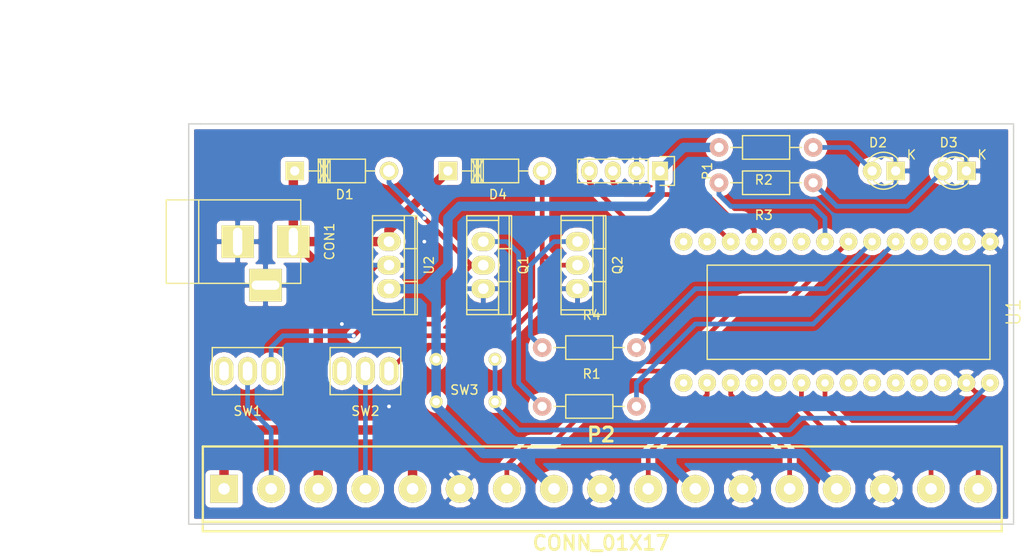
<source format=kicad_pcb>
(kicad_pcb (version 4) (host pcbnew 0.201509221857+6208~30~ubuntu14.04.1-product)

  (general
    (links 48)
    (no_connects 0)
    (area 86.944287 73.35 197.213 133.2992)
    (thickness 1.6)
    (drawings 8)
    (tracks 161)
    (zones 0)
    (modules 18)
    (nets 40)
  )

  (page A4)
  (layers
    (0 F.Cu signal)
    (31 B.Cu signal)
    (32 B.Adhes user)
    (33 F.Adhes user)
    (34 B.Paste user)
    (35 F.Paste user)
    (36 B.SilkS user)
    (37 F.SilkS user)
    (38 B.Mask user)
    (39 F.Mask user)
    (40 Dwgs.User user)
    (41 Cmts.User user)
    (42 Eco1.User user)
    (43 Eco2.User user)
    (44 Edge.Cuts user)
    (45 Margin user)
    (46 B.CrtYd user)
    (47 F.CrtYd user)
    (48 B.Fab user)
    (49 F.Fab user)
  )

  (setup
    (last_trace_width 0.508)
    (trace_clearance 0.508)
    (zone_clearance 0.508)
    (zone_45_only no)
    (trace_min 0.508)
    (segment_width 0.2)
    (edge_width 0.15)
    (via_size 0.508)
    (via_drill 0.4064)
    (via_min_size 0.508)
    (via_min_drill 0.4064)
    (uvia_size 0.3)
    (uvia_drill 0.1)
    (uvias_allowed no)
    (uvia_min_size 0)
    (uvia_min_drill 0)
    (pcb_text_width 0.3)
    (pcb_text_size 1.5 1.5)
    (mod_edge_width 0.15)
    (mod_text_size 1 1)
    (mod_text_width 0.15)
    (pad_size 2.032 2.54)
    (pad_drill 1.143)
    (pad_to_mask_clearance 0.2)
    (aux_axis_origin 0 0)
    (visible_elements FFFFFF7F)
    (pcbplotparams
      (layerselection 0x00030_80000001)
      (usegerberextensions false)
      (excludeedgelayer true)
      (linewidth 0.100000)
      (plotframeref false)
      (viasonmask false)
      (mode 1)
      (useauxorigin false)
      (hpglpennumber 1)
      (hpglpenspeed 20)
      (hpglpendiameter 15)
      (hpglpenoverlay 2)
      (psnegative false)
      (psa4output false)
      (plotreference true)
      (plotvalue true)
      (plotinvisibletext false)
      (padsonsilk false)
      (subtractmaskfromsilk false)
      (outputformat 1)
      (mirror false)
      (drillshape 1)
      (scaleselection 1)
      (outputdirectory ""))
  )

  (net 0 "")
  (net 1 +12V)
  (net 2 Earth)
  (net 3 "Net-(D1-Pad2)")
  (net 4 "Net-(D2-Pad2)")
  (net 5 "Net-(D3-Pad2)")
  (net 6 "Net-(D4-Pad2)")
  (net 7 +5V)
  (net 8 /BT_TX)
  (net 9 /BT_RX)
  (net 10 /Pump1GND)
  (net 11 /Pump2GND)
  (net 12 /FlowSens)
  (net 13 /IR1)
  (net 14 /IR2)
  (net 15 /SDA)
  (net 16 /SCLK)
  (net 17 "Net-(Q1-Pad1)")
  (net 18 "Net-(Q2-Pad1)")
  (net 19 /Pump1PWM)
  (net 20 /TeensyPWR)
  (net 21 /Pump2PWM)
  (net 22 "Net-(SW1-Pad1)")
  (net 23 "Net-(SW2-Pad1)")
  (net 24 "Net-(U1-Pad0)")
  (net 25 "Net-(U1-Pad1)")
  (net 26 "Net-(U1-Pad2)")
  (net 27 "Net-(U1-Pad7)")
  (net 28 "Net-(U1-Pad8)")
  (net 29 "Net-(U1-Pad11)")
  (net 30 "Net-(U1-Pad12)")
  (net 31 "Net-(U1-Pad13)")
  (net 32 "Net-(U1-Pad16)")
  (net 33 "Net-(U1-Pad17)")
  (net 34 "Net-(U1-Pad20)")
  (net 35 "Net-(U1-Pad21)")
  (net 36 "Net-(U1-Pad22)")
  (net 37 "Net-(U1-Pad23)")
  (net 38 "Net-(U1-Pad24)")
  (net 39 "Net-(SW3-Pad1)")

  (net_class Default "This is the default net class."
    (clearance 0.508)
    (trace_width 0.508)
    (via_dia 0.508)
    (via_drill 0.4064)
    (uvia_dia 0.3)
    (uvia_drill 0.1)
    (add_net /BT_RX)
    (add_net /BT_TX)
    (add_net /FlowSens)
    (add_net /IR1)
    (add_net /IR2)
    (add_net /Pump1GND)
    (add_net /Pump1PWM)
    (add_net /Pump2GND)
    (add_net /Pump2PWM)
    (add_net /SCLK)
    (add_net /SDA)
    (add_net /TeensyPWR)
    (add_net Earth)
    (add_net "Net-(D1-Pad2)")
    (add_net "Net-(D2-Pad2)")
    (add_net "Net-(D3-Pad2)")
    (add_net "Net-(D4-Pad2)")
    (add_net "Net-(Q1-Pad1)")
    (add_net "Net-(Q2-Pad1)")
    (add_net "Net-(SW1-Pad1)")
    (add_net "Net-(SW2-Pad1)")
    (add_net "Net-(SW3-Pad1)")
    (add_net "Net-(U1-Pad0)")
    (add_net "Net-(U1-Pad1)")
    (add_net "Net-(U1-Pad11)")
    (add_net "Net-(U1-Pad12)")
    (add_net "Net-(U1-Pad13)")
    (add_net "Net-(U1-Pad16)")
    (add_net "Net-(U1-Pad17)")
    (add_net "Net-(U1-Pad2)")
    (add_net "Net-(U1-Pad20)")
    (add_net "Net-(U1-Pad21)")
    (add_net "Net-(U1-Pad22)")
    (add_net "Net-(U1-Pad23)")
    (add_net "Net-(U1-Pad24)")
    (add_net "Net-(U1-Pad7)")
    (add_net "Net-(U1-Pad8)")
  )

  (net_class Power ""
    (clearance 0.508)
    (trace_width 1.016)
    (via_dia 0.508)
    (via_drill 0.4064)
    (uvia_dia 0.3)
    (uvia_drill 0.1)
    (add_net +12V)
    (add_net +5V)
  )

  (module Buttons_Switches_ThroughHole:SW_PUSH_SMALL (layer F.Cu) (tedit 5648DFAF) (tstamp 5648DCBD)
    (at 139.7 111.76 180)
    (path /5648E131)
    (fp_text reference SW3 (at 3.302 -3.302 180) (layer F.SilkS)
      (effects (font (size 1 1) (thickness 0.15)))
    )
    (fp_text value SW_PUSH (at 3.302 -1.524 180) (layer F.Fab)
      (effects (font (size 1 1) (thickness 0.15)))
    )
    (fp_line (start 6.35 0) (end 6.35 -4.572) (layer F.Fab) (width 0.15))
    (fp_line (start 6.35 -4.572) (end 0 -4.572) (layer F.Fab) (width 0.15))
    (fp_line (start 0 -4.572) (end 0 0) (layer F.Fab) (width 0.15))
    (fp_line (start 0 0) (end 6.35 0) (layer F.Fab) (width 0.15))
    (pad 1 thru_hole circle (at 0 0 180) (size 1.397 1.397) (drill 0.8128) (layers *.Cu *.Mask F.SilkS)
      (net 39 "Net-(SW3-Pad1)"))
    (pad 2 thru_hole circle (at 6.35 0 180) (size 1.397 1.397) (drill 0.8128) (layers *.Cu *.Mask F.SilkS)
      (net 7 +5V))
    (pad 1 thru_hole circle (at 0 -4.572 180) (size 1.397 1.397) (drill 0.8128) (layers *.Cu *.Mask F.SilkS)
      (net 39 "Net-(SW3-Pad1)"))
    (pad 2 thru_hole circle (at 6.35 -4.572 180) (size 1.397 1.397) (drill 0.8128) (layers *.Cu *.Mask F.SilkS)
      (net 7 +5V))
  )

  (module CustomSwitch:SPDT-ThroughHole (layer F.Cu) (tedit 56466436) (tstamp 564654B5)
    (at 125.73 113.03)
    (path /56486D94)
    (fp_text reference SW2 (at 0 4.31) (layer F.SilkS)
      (effects (font (size 1 1) (thickness 0.15)))
    )
    (fp_text value Switch_SPDT_x2 (at 0 -4.31) (layer F.Fab)
      (effects (font (size 1 1) (thickness 0.15)))
    )
    (fp_line (start 3.81 -2.54) (end -3.81 -2.54) (layer F.SilkS) (width 0.15))
    (fp_line (start -3.81 -2.54) (end -3.81 2.54) (layer F.SilkS) (width 0.15))
    (fp_line (start -3.81 2.54) (end 3.81 2.54) (layer F.SilkS) (width 0.15))
    (fp_line (start 3.81 2.54) (end 3.81 -2.54) (layer F.SilkS) (width 0.15))
    (pad 1 thru_hole oval (at -2.54 0) (size 2.032 3.048) (drill oval 1.016 2.032) (layers *.Cu *.Mask F.SilkS)
      (net 23 "Net-(SW2-Pad1)"))
    (pad 2 thru_hole oval (at 0 0) (size 2.032 3.048) (drill oval 1.016 2.032) (layers *.Cu *.Mask F.SilkS)
      (net 11 /Pump2GND))
    (pad 3 thru_hole oval (at 2.54 0) (size 2.032 3.048) (drill oval 1.016 2.032) (layers *.Cu *.Mask F.SilkS)
      (net 6 "Net-(D4-Pad2)"))
  )

  (module SPDT-ThroughHole (layer F.Cu) (tedit 56466319) (tstamp 564654AE)
    (at 113.03 113.03)
    (path /56477804)
    (fp_text reference SW1 (at 0 4.31) (layer F.SilkS)
      (effects (font (size 1 1) (thickness 0.15)))
    )
    (fp_text value Switch_SPDT_x2 (at 0 -4.31) (layer F.Fab)
      (effects (font (size 1 1) (thickness 0.15)))
    )
    (fp_line (start 3.81 -2.54) (end -3.81 -2.54) (layer F.SilkS) (width 0.15))
    (fp_line (start -3.81 -2.54) (end -3.81 2.54) (layer F.SilkS) (width 0.15))
    (fp_line (start -3.81 2.54) (end 3.81 2.54) (layer F.SilkS) (width 0.15))
    (fp_line (start 3.81 2.54) (end 3.81 -2.54) (layer F.SilkS) (width 0.15))
    (pad 1 thru_hole oval (at -2.54 0) (size 2.032 3.048) (drill oval 1.016 2.032) (layers *.Cu *.Mask F.SilkS)
      (net 22 "Net-(SW1-Pad1)"))
    (pad 2 thru_hole oval (at 0 0) (size 2.032 3.048) (drill oval 1.016 2.032) (layers *.Cu *.Mask F.SilkS)
      (net 10 /Pump1GND))
    (pad 3 thru_hole oval (at 2.54 0) (size 2.032 3.048) (drill oval 1.016 2.032) (layers *.Cu *.Mask F.SilkS)
      (net 3 "Net-(D1-Pad2)"))
  )

  (module Power_Integrations:TO-220 (layer F.Cu) (tedit 0) (tstamp 564654DC)
    (at 128.27 101.6 270)
    (descr "Non Isolated JEDEC TO-220 Package")
    (tags "Power Integration YN Package")
    (path /5643BC50)
    (fp_text reference U2 (at 0 -4.318 270) (layer F.SilkS)
      (effects (font (size 1 1) (thickness 0.15)))
    )
    (fp_text value LM7805CT (at 0 -4.318 270) (layer F.Fab)
      (effects (font (size 1 1) (thickness 0.15)))
    )
    (fp_line (start 4.826 -1.651) (end 4.826 1.778) (layer F.SilkS) (width 0.15))
    (fp_line (start -4.826 -1.651) (end -4.826 1.778) (layer F.SilkS) (width 0.15))
    (fp_line (start 5.334 -2.794) (end -5.334 -2.794) (layer F.SilkS) (width 0.15))
    (fp_line (start 1.778 -1.778) (end 1.778 -3.048) (layer F.SilkS) (width 0.15))
    (fp_line (start -1.778 -1.778) (end -1.778 -3.048) (layer F.SilkS) (width 0.15))
    (fp_line (start -5.334 -1.651) (end 5.334 -1.651) (layer F.SilkS) (width 0.15))
    (fp_line (start 5.334 1.778) (end -5.334 1.778) (layer F.SilkS) (width 0.15))
    (fp_line (start -5.334 -3.048) (end -5.334 1.778) (layer F.SilkS) (width 0.15))
    (fp_line (start 5.334 -3.048) (end 5.334 1.778) (layer F.SilkS) (width 0.15))
    (fp_line (start 5.334 -3.048) (end -5.334 -3.048) (layer F.SilkS) (width 0.15))
    (pad 2 thru_hole oval (at 0 0 270) (size 2.032 2.54) (drill 1.143) (layers *.Cu *.Mask F.SilkS)
      (net 2 Earth))
    (pad 3 thru_hole oval (at 2.54 0 270) (size 2.032 2.54) (drill 1.143) (layers *.Cu *.Mask F.SilkS)
      (net 7 +5V))
    (pad 1 thru_hole oval (at -2.54 0 270) (size 2.032 2.54) (drill 1.143) (layers *.Cu *.Mask F.SilkS)
      (net 1 +12V))
  )

  (module Teensy:Teensy-3.1 (layer F.Cu) (tedit 5506D470) (tstamp 564654D5)
    (at 190.5 99.06 180)
    (path /5643B9EE)
    (fp_text reference U1 (at -5.08 -7.62 270) (layer F.SilkS)
      (effects (font (size 1.5 1.5) (thickness 0.15)))
    )
    (fp_text value Teensy_3.1 (at 5.08 -10.16 180) (layer F.Fab)
      (effects (font (size 1.5 1.5) (thickness 0.15)))
    )
    (fp_line (start -2.54 -12.7) (end 27.94 -12.7) (layer F.SilkS) (width 0.15))
    (fp_line (start 27.94 -12.7) (end 27.94 -2.54) (layer F.SilkS) (width 0.15))
    (fp_line (start 27.94 -2.54) (end -2.54 -2.54) (layer F.SilkS) (width 0.15))
    (fp_line (start -2.54 -2.54) (end -2.54 -12.7) (layer F.SilkS) (width 0.15))
    (pad 0 thru_hole circle (at 0 0 180) (size 1.9 1.9) (drill 0.8) (layers *.Cu *.Mask F.SilkS)
      (net 24 "Net-(U1-Pad0)"))
    (pad 1 thru_hole circle (at 2.54 0 180) (size 1.9 1.9) (drill 0.8) (layers *.Cu *.Mask F.SilkS)
      (net 25 "Net-(U1-Pad1)"))
    (pad 2 thru_hole circle (at 5.08 0 180) (size 1.9 1.9) (drill 0.8) (layers *.Cu *.Mask F.SilkS)
      (net 26 "Net-(U1-Pad2)"))
    (pad 3 thru_hole circle (at 7.62 0 180) (size 1.9 1.9) (drill 0.8) (layers *.Cu *.Mask F.SilkS)
      (net 19 /Pump1PWM))
    (pad 4 thru_hole circle (at 10.16 0 180) (size 1.9 1.9) (drill 0.8) (layers *.Cu *.Mask F.SilkS)
      (net 21 /Pump2PWM))
    (pad 5 thru_hole circle (at 12.7 0 180) (size 1.9 1.9) (drill 0.8) (layers *.Cu *.Mask F.SilkS)
      (net 12 /FlowSens))
    (pad 6 thru_hole circle (at 15.24 0 180) (size 1.9 1.9) (drill 0.8) (layers *.Cu *.Mask F.SilkS)
      (net 20 /TeensyPWR))
    (pad 7 thru_hole circle (at 17.78 0 180) (size 1.9 1.9) (drill 0.8) (layers *.Cu *.Mask F.SilkS)
      (net 27 "Net-(U1-Pad7)"))
    (pad 8 thru_hole circle (at 20.32 0 180) (size 1.9 1.9) (drill 0.8) (layers *.Cu *.Mask F.SilkS)
      (net 28 "Net-(U1-Pad8)"))
    (pad 9 thru_hole circle (at 22.86 0 180) (size 1.9 1.9) (drill 0.8) (layers *.Cu *.Mask F.SilkS)
      (net 8 /BT_TX))
    (pad 10 thru_hole circle (at 25.4 0 180) (size 1.9 1.9) (drill 0.8) (layers *.Cu *.Mask F.SilkS)
      (net 9 /BT_RX))
    (pad 11 thru_hole circle (at 27.94 0 180) (size 1.9 1.9) (drill 0.8) (layers *.Cu *.Mask F.SilkS)
      (net 29 "Net-(U1-Pad11)"))
    (pad 12 thru_hole circle (at 30.48 0 180) (size 1.9 1.9) (drill 0.8) (layers *.Cu *.Mask F.SilkS)
      (net 30 "Net-(U1-Pad12)"))
    (pad 13 thru_hole circle (at 30.48 -15.24 180) (size 1.9 1.9) (drill 0.8) (layers *.Cu *.Mask F.SilkS)
      (net 31 "Net-(U1-Pad13)"))
    (pad 14 thru_hole circle (at 27.94 -15.24 180) (size 1.9 1.9) (drill 0.8) (layers *.Cu *.Mask F.SilkS)
      (net 13 /IR1))
    (pad 15 thru_hole circle (at 25.4 -15.24 180) (size 1.9 1.9) (drill 0.8) (layers *.Cu *.Mask F.SilkS)
      (net 14 /IR2))
    (pad 16 thru_hole circle (at 22.86 -15.24 180) (size 1.9 1.9) (drill 0.8) (layers *.Cu *.Mask F.SilkS)
      (net 32 "Net-(U1-Pad16)"))
    (pad 17 thru_hole circle (at 20.32 -15.24 180) (size 1.9 1.9) (drill 0.8) (layers *.Cu *.Mask F.SilkS)
      (net 33 "Net-(U1-Pad17)"))
    (pad 18 thru_hole circle (at 17.78 -15.24 180) (size 1.9 1.9) (drill 0.8) (layers *.Cu *.Mask F.SilkS)
      (net 15 /SDA))
    (pad 19 thru_hole circle (at 15.24 -15.24 180) (size 1.9 1.9) (drill 0.8) (layers *.Cu *.Mask F.SilkS)
      (net 16 /SCLK))
    (pad 20 thru_hole circle (at 12.7 -15.24 180) (size 1.9 1.9) (drill 0.8) (layers *.Cu *.Mask F.SilkS)
      (net 34 "Net-(U1-Pad20)"))
    (pad 21 thru_hole circle (at 10.16 -15.24 180) (size 1.9 1.9) (drill 0.8) (layers *.Cu *.Mask F.SilkS)
      (net 35 "Net-(U1-Pad21)"))
    (pad 22 thru_hole circle (at 7.62 -15.24 180) (size 1.9 1.9) (drill 0.8) (layers *.Cu *.Mask F.SilkS)
      (net 36 "Net-(U1-Pad22)"))
    (pad 23 thru_hole circle (at 5.08 -15.24 180) (size 1.9 1.9) (drill 0.8) (layers *.Cu *.Mask F.SilkS)
      (net 37 "Net-(U1-Pad23)"))
    (pad 24 thru_hole circle (at 2.54 -15.24 180) (size 1.9 1.9) (drill 0.8) (layers *.Cu *.Mask F.SilkS)
      (net 38 "Net-(U1-Pad24)"))
    (pad 25 thru_hole circle (at 0 -15.24 180) (size 1.9 1.9) (drill 0.8) (layers *.Cu *.Mask F.SilkS)
      (net 2 Earth))
    (pad 26 thru_hole circle (at -2.54 -15.24 180) (size 1.9 1.9) (drill 0.8) (layers *.Cu *.Mask F.SilkS)
      (net 39 "Net-(SW3-Pad1)"))
    (pad 27 thru_hole circle (at -2.54 0 180) (size 1.9 1.9) (drill 0.8) (layers *.Cu *.Mask F.SilkS)
      (net 2 Earth))
  )

  (module Resistors_ThroughHole:Resistor_Horizontal_RM10mm (layer F.Cu) (tedit 53F56209) (tstamp 564654A7)
    (at 149.86 110.49)
    (descr "Resistor, Axial,  RM 10mm, 1/3W,")
    (tags "Resistor, Axial, RM 10mm, 1/3W,")
    (path /5643C8A0)
    (fp_text reference R4 (at 0.24892 -3.50012) (layer F.SilkS)
      (effects (font (size 1 1) (thickness 0.15)))
    )
    (fp_text value R (at 3.81 3.81) (layer F.Fab)
      (effects (font (size 1 1) (thickness 0.15)))
    )
    (fp_line (start -2.54 -1.27) (end 2.54 -1.27) (layer F.SilkS) (width 0.15))
    (fp_line (start 2.54 -1.27) (end 2.54 1.27) (layer F.SilkS) (width 0.15))
    (fp_line (start 2.54 1.27) (end -2.54 1.27) (layer F.SilkS) (width 0.15))
    (fp_line (start -2.54 1.27) (end -2.54 -1.27) (layer F.SilkS) (width 0.15))
    (fp_line (start -2.54 0) (end -3.81 0) (layer F.SilkS) (width 0.15))
    (fp_line (start 2.54 0) (end 3.81 0) (layer F.SilkS) (width 0.15))
    (pad 1 thru_hole circle (at -5.08 0) (size 1.99898 1.99898) (drill 1.00076) (layers *.Cu *.SilkS *.Mask)
      (net 18 "Net-(Q2-Pad1)"))
    (pad 2 thru_hole circle (at 5.08 0) (size 1.99898 1.99898) (drill 1.00076) (layers *.Cu *.SilkS *.Mask)
      (net 21 /Pump2PWM))
    (model Resistors_ThroughHole.3dshapes/Resistor_Horizontal_RM10mm.wrl
      (at (xyz 0 0 0))
      (scale (xyz 0.4 0.4 0.4))
      (rotate (xyz 0 0 0))
    )
  )

  (module Resistors_ThroughHole:Resistor_Horizontal_RM10mm (layer F.Cu) (tedit 53F56209) (tstamp 564654A1)
    (at 168.91 92.71 180)
    (descr "Resistor, Axial,  RM 10mm, 1/3W,")
    (tags "Resistor, Axial, RM 10mm, 1/3W,")
    (path /5643FD47)
    (fp_text reference R3 (at 0.24892 -3.50012 180) (layer F.SilkS)
      (effects (font (size 1 1) (thickness 0.15)))
    )
    (fp_text value R (at 3.81 3.81 180) (layer F.Fab)
      (effects (font (size 1 1) (thickness 0.15)))
    )
    (fp_line (start -2.54 -1.27) (end 2.54 -1.27) (layer F.SilkS) (width 0.15))
    (fp_line (start 2.54 -1.27) (end 2.54 1.27) (layer F.SilkS) (width 0.15))
    (fp_line (start 2.54 1.27) (end -2.54 1.27) (layer F.SilkS) (width 0.15))
    (fp_line (start -2.54 1.27) (end -2.54 -1.27) (layer F.SilkS) (width 0.15))
    (fp_line (start -2.54 0) (end -3.81 0) (layer F.SilkS) (width 0.15))
    (fp_line (start 2.54 0) (end 3.81 0) (layer F.SilkS) (width 0.15))
    (pad 1 thru_hole circle (at -5.08 0 180) (size 1.99898 1.99898) (drill 1.00076) (layers *.Cu *.SilkS *.Mask)
      (net 5 "Net-(D3-Pad2)"))
    (pad 2 thru_hole circle (at 5.08 0 180) (size 1.99898 1.99898) (drill 1.00076) (layers *.Cu *.SilkS *.Mask)
      (net 20 /TeensyPWR))
    (model Resistors_ThroughHole.3dshapes/Resistor_Horizontal_RM10mm.wrl
      (at (xyz 0 0 0))
      (scale (xyz 0.4 0.4 0.4))
      (rotate (xyz 0 0 0))
    )
  )

  (module Resistors_ThroughHole:Resistor_Horizontal_RM10mm (layer F.Cu) (tedit 53F56209) (tstamp 5646549B)
    (at 168.91 88.9 180)
    (descr "Resistor, Axial,  RM 10mm, 1/3W,")
    (tags "Resistor, Axial, RM 10mm, 1/3W,")
    (path /5643FCF1)
    (fp_text reference R2 (at 0.24892 -3.50012 180) (layer F.SilkS)
      (effects (font (size 1 1) (thickness 0.15)))
    )
    (fp_text value R (at 3.81 3.81 180) (layer F.Fab)
      (effects (font (size 1 1) (thickness 0.15)))
    )
    (fp_line (start -2.54 -1.27) (end 2.54 -1.27) (layer F.SilkS) (width 0.15))
    (fp_line (start 2.54 -1.27) (end 2.54 1.27) (layer F.SilkS) (width 0.15))
    (fp_line (start 2.54 1.27) (end -2.54 1.27) (layer F.SilkS) (width 0.15))
    (fp_line (start -2.54 1.27) (end -2.54 -1.27) (layer F.SilkS) (width 0.15))
    (fp_line (start -2.54 0) (end -3.81 0) (layer F.SilkS) (width 0.15))
    (fp_line (start 2.54 0) (end 3.81 0) (layer F.SilkS) (width 0.15))
    (pad 1 thru_hole circle (at -5.08 0 180) (size 1.99898 1.99898) (drill 1.00076) (layers *.Cu *.SilkS *.Mask)
      (net 4 "Net-(D2-Pad2)"))
    (pad 2 thru_hole circle (at 5.08 0 180) (size 1.99898 1.99898) (drill 1.00076) (layers *.Cu *.SilkS *.Mask)
      (net 7 +5V))
    (model Resistors_ThroughHole.3dshapes/Resistor_Horizontal_RM10mm.wrl
      (at (xyz 0 0 0))
      (scale (xyz 0.4 0.4 0.4))
      (rotate (xyz 0 0 0))
    )
  )

  (module Resistors_ThroughHole:Resistor_Horizontal_RM10mm (layer F.Cu) (tedit 53F56209) (tstamp 56465495)
    (at 149.86 116.84)
    (descr "Resistor, Axial,  RM 10mm, 1/3W,")
    (tags "Resistor, Axial, RM 10mm, 1/3W,")
    (path /5643F405)
    (fp_text reference R1 (at 0.24892 -3.50012) (layer F.SilkS)
      (effects (font (size 1 1) (thickness 0.15)))
    )
    (fp_text value R (at 3.81 3.81) (layer F.Fab)
      (effects (font (size 1 1) (thickness 0.15)))
    )
    (fp_line (start -2.54 -1.27) (end 2.54 -1.27) (layer F.SilkS) (width 0.15))
    (fp_line (start 2.54 -1.27) (end 2.54 1.27) (layer F.SilkS) (width 0.15))
    (fp_line (start 2.54 1.27) (end -2.54 1.27) (layer F.SilkS) (width 0.15))
    (fp_line (start -2.54 1.27) (end -2.54 -1.27) (layer F.SilkS) (width 0.15))
    (fp_line (start -2.54 0) (end -3.81 0) (layer F.SilkS) (width 0.15))
    (fp_line (start 2.54 0) (end 3.81 0) (layer F.SilkS) (width 0.15))
    (pad 1 thru_hole circle (at -5.08 0) (size 1.99898 1.99898) (drill 1.00076) (layers *.Cu *.SilkS *.Mask)
      (net 17 "Net-(Q1-Pad1)"))
    (pad 2 thru_hole circle (at 5.08 0) (size 1.99898 1.99898) (drill 1.00076) (layers *.Cu *.SilkS *.Mask)
      (net 19 /Pump1PWM))
    (model Resistors_ThroughHole.3dshapes/Resistor_Horizontal_RM10mm.wrl
      (at (xyz 0 0 0))
      (scale (xyz 0.4 0.4 0.4))
      (rotate (xyz 0 0 0))
    )
  )

  (module w_conn_screw:mors_17p (layer F.Cu) (tedit 0) (tstamp 56465481)
    (at 151.13 125.73)
    (descr "Terminal block 17 pins")
    (tags DEV)
    (path /5647D4EB)
    (fp_text reference P2 (at 0 -5.842) (layer F.SilkS)
      (effects (font (thickness 0.3048)))
    )
    (fp_text value CONN_01X17 (at 0 5.842) (layer F.SilkS)
      (effects (font (thickness 0.3048)))
    )
    (fp_line (start 43.18 -4.572) (end -42.926 -4.572) (layer F.SilkS) (width 0.254))
    (fp_line (start -42.926 4.572) (end 43.18 4.572) (layer F.SilkS) (width 0.254))
    (fp_line (start 43.18 3.556) (end -42.926 3.556) (layer F.SilkS) (width 0.254))
    (fp_line (start 43.18 -4.572) (end 43.18 4.572) (layer F.SilkS) (width 0.254))
    (fp_line (start -42.926 4.572) (end -42.926 3.556) (layer F.SilkS) (width 0.254))
    (fp_line (start -42.926 -4.572) (end -42.926 -3.81) (layer F.SilkS) (width 0.254))
    (fp_line (start -42.926 3.81) (end -42.926 -3.81) (layer F.SilkS) (width 0.254))
    (pad 1 thru_hole rect (at -40.64 0) (size 2.99974 2.99974) (drill 1.24968) (layers *.Cu *.Mask F.SilkS)
      (net 1 +12V))
    (pad 2 thru_hole circle (at -35.56 0) (size 2.99974 2.99974) (drill 1.24968) (layers *.Cu *.Mask F.SilkS)
      (net 10 /Pump1GND))
    (pad 3 thru_hole circle (at -30.48 0) (size 2.99974 2.99974) (drill 1.24968) (layers *.Cu *.Mask F.SilkS)
      (net 1 +12V))
    (pad 4 thru_hole circle (at -25.4 0) (size 2.99974 2.99974) (drill 1.24968) (layers *.Cu *.Mask F.SilkS)
      (net 11 /Pump2GND))
    (pad 5 thru_hole circle (at -20.32 0) (size 2.99974 2.99974) (drill 1.24968) (layers *.Cu *.Mask F.SilkS)
      (net 1 +12V))
    (pad 6 thru_hole circle (at -15.24 0) (size 2.99974 2.99974) (drill 1.24968) (layers *.Cu *.Mask F.SilkS)
      (net 2 Earth))
    (pad 7 thru_hole circle (at -10.16 0) (size 2.99974 2.99974) (drill 1.24968) (layers *.Cu *.Mask F.SilkS)
      (net 12 /FlowSens))
    (pad 8 thru_hole circle (at -5.08 0) (size 2.99974 2.99974) (drill 1.24968) (layers *.Cu *.Mask F.SilkS)
      (net 7 +5V))
    (pad 9 thru_hole circle (at 0 0) (size 2.99974 2.99974) (drill 1.24968) (layers *.Cu *.Mask F.SilkS)
      (net 2 Earth))
    (pad 10 thru_hole circle (at 5.08 0) (size 2.99974 2.99974) (drill 1.24968) (layers *.Cu *.Mask F.SilkS)
      (net 13 /IR1))
    (pad 11 thru_hole circle (at 10.16 0) (size 2.99974 2.99974) (drill 1.24968) (layers *.Cu *.Mask F.SilkS)
      (net 7 +5V))
    (pad 12 thru_hole circle (at 15.24 0) (size 2.99974 2.99974) (drill 1.24968) (layers *.Cu *.Mask F.SilkS)
      (net 2 Earth))
    (pad 13 thru_hole circle (at 20.32 0) (size 2.99974 2.99974) (drill 1.24968) (layers *.Cu *.Mask F.SilkS)
      (net 14 /IR2))
    (pad 14 thru_hole circle (at 25.4 0) (size 2.99974 2.99974) (drill 1.24968) (layers *.Cu *.Mask F.SilkS)
      (net 7 +5V))
    (pad 15 thru_hole circle (at 30.48 0) (size 2.99974 2.99974) (drill 1.24968) (layers *.Cu *.Mask F.SilkS)
      (net 2 Earth))
    (pad 16 thru_hole circle (at 35.56 0) (size 2.99974 2.99974) (drill 1.24968) (layers *.Cu *.Mask F.SilkS)
      (net 15 /SDA))
    (pad 17 thru_hole circle (at 40.64 0) (size 2.99974 2.99974) (drill 1.24968) (layers *.Cu *.Mask F.SilkS)
      (net 16 /SCLK))
    (model walter/conn_screw/mors_17p.wrl
      (at (xyz 0 0 0))
      (scale (xyz 1 1 1))
      (rotate (xyz 0 0 0))
    )
  )

  (module Pin_Headers:Pin_Header_Straight_1x04 (layer F.Cu) (tedit 0) (tstamp 5646546C)
    (at 157.48 91.44 270)
    (descr "Through hole pin header")
    (tags "pin header")
    (path /5643CAD2)
    (fp_text reference P1 (at 0 -5.1 270) (layer F.SilkS)
      (effects (font (size 1 1) (thickness 0.15)))
    )
    (fp_text value CONN_01X04 (at 0 -3.1 270) (layer F.Fab)
      (effects (font (size 1 1) (thickness 0.15)))
    )
    (fp_line (start -1.75 -1.75) (end -1.75 9.4) (layer F.CrtYd) (width 0.05))
    (fp_line (start 1.75 -1.75) (end 1.75 9.4) (layer F.CrtYd) (width 0.05))
    (fp_line (start -1.75 -1.75) (end 1.75 -1.75) (layer F.CrtYd) (width 0.05))
    (fp_line (start -1.75 9.4) (end 1.75 9.4) (layer F.CrtYd) (width 0.05))
    (fp_line (start -1.27 1.27) (end -1.27 8.89) (layer F.SilkS) (width 0.15))
    (fp_line (start 1.27 1.27) (end 1.27 8.89) (layer F.SilkS) (width 0.15))
    (fp_line (start 1.55 -1.55) (end 1.55 0) (layer F.SilkS) (width 0.15))
    (fp_line (start -1.27 8.89) (end 1.27 8.89) (layer F.SilkS) (width 0.15))
    (fp_line (start 1.27 1.27) (end -1.27 1.27) (layer F.SilkS) (width 0.15))
    (fp_line (start -1.55 0) (end -1.55 -1.55) (layer F.SilkS) (width 0.15))
    (fp_line (start -1.55 -1.55) (end 1.55 -1.55) (layer F.SilkS) (width 0.15))
    (pad 1 thru_hole rect (at 0 0 270) (size 2.032 1.7272) (drill 1.016) (layers *.Cu *.Mask F.SilkS)
      (net 7 +5V))
    (pad 2 thru_hole oval (at 0 2.54 270) (size 2.032 1.7272) (drill 1.016) (layers *.Cu *.Mask F.SilkS)
      (net 2 Earth))
    (pad 3 thru_hole oval (at 0 5.08 270) (size 2.032 1.7272) (drill 1.016) (layers *.Cu *.Mask F.SilkS)
      (net 8 /BT_TX))
    (pad 4 thru_hole oval (at 0 7.62 270) (size 2.032 1.7272) (drill 1.016) (layers *.Cu *.Mask F.SilkS)
      (net 9 /BT_RX))
    (model Pin_Headers.3dshapes/Pin_Header_Straight_1x04.wrl
      (at (xyz 0 -0.15 0))
      (scale (xyz 1 1 1))
      (rotate (xyz 0 0 90))
    )
  )

  (module Diodes_ThroughHole:Diode_DO-41_SOD81_Horizontal_RM10 (layer F.Cu) (tedit 552FFCCE) (tstamp 56465464)
    (at 134.62 91.44)
    (descr "Diode, DO-41, SOD81, Horizontal, RM 10mm,")
    (tags "Diode, DO-41, SOD81, Horizontal, RM 10mm, 1N4007, SB140,")
    (path /5643C7DB)
    (fp_text reference D4 (at 5.38734 2.53746) (layer F.SilkS)
      (effects (font (size 1 1) (thickness 0.15)))
    )
    (fp_text value D (at 4.37134 -3.55854) (layer F.Fab)
      (effects (font (size 1 1) (thickness 0.15)))
    )
    (fp_line (start 7.62 -0.00254) (end 8.636 -0.00254) (layer F.SilkS) (width 0.15))
    (fp_line (start 2.794 -0.00254) (end 1.524 -0.00254) (layer F.SilkS) (width 0.15))
    (fp_line (start 3.048 -1.27254) (end 3.048 1.26746) (layer F.SilkS) (width 0.15))
    (fp_line (start 3.302 -1.27254) (end 3.302 1.26746) (layer F.SilkS) (width 0.15))
    (fp_line (start 3.556 -1.27254) (end 3.556 1.26746) (layer F.SilkS) (width 0.15))
    (fp_line (start 2.794 -1.27254) (end 2.794 1.26746) (layer F.SilkS) (width 0.15))
    (fp_line (start 3.81 -1.27254) (end 2.54 1.26746) (layer F.SilkS) (width 0.15))
    (fp_line (start 2.54 -1.27254) (end 3.81 1.26746) (layer F.SilkS) (width 0.15))
    (fp_line (start 3.81 -1.27254) (end 3.81 1.26746) (layer F.SilkS) (width 0.15))
    (fp_line (start 3.175 -1.27254) (end 3.175 1.26746) (layer F.SilkS) (width 0.15))
    (fp_line (start 2.54 1.26746) (end 2.54 -1.27254) (layer F.SilkS) (width 0.15))
    (fp_line (start 2.54 -1.27254) (end 7.62 -1.27254) (layer F.SilkS) (width 0.15))
    (fp_line (start 7.62 -1.27254) (end 7.62 1.26746) (layer F.SilkS) (width 0.15))
    (fp_line (start 7.62 1.26746) (end 2.54 1.26746) (layer F.SilkS) (width 0.15))
    (pad 2 thru_hole circle (at 10.16 -0.00254 180) (size 1.99898 1.99898) (drill 1.27) (layers *.Cu *.Mask F.SilkS)
      (net 6 "Net-(D4-Pad2)"))
    (pad 1 thru_hole rect (at 0 -0.00254 180) (size 1.99898 1.99898) (drill 1.00076) (layers *.Cu *.Mask F.SilkS)
      (net 1 +12V))
  )

  (module LEDs:LED-3MM (layer F.Cu) (tedit 559B82F6) (tstamp 5646545E)
    (at 190.5 91.44 180)
    (descr "LED 3mm round vertical")
    (tags "LED  3mm round vertical")
    (path /5643D08E)
    (fp_text reference D3 (at 1.91 3.06 180) (layer F.SilkS)
      (effects (font (size 1 1) (thickness 0.15)))
    )
    (fp_text value LED (at 1.3 -2.9 180) (layer F.Fab)
      (effects (font (size 1 1) (thickness 0.15)))
    )
    (fp_line (start -1.2 2.3) (end 3.8 2.3) (layer F.CrtYd) (width 0.05))
    (fp_line (start 3.8 2.3) (end 3.8 -2.2) (layer F.CrtYd) (width 0.05))
    (fp_line (start 3.8 -2.2) (end -1.2 -2.2) (layer F.CrtYd) (width 0.05))
    (fp_line (start -1.2 -2.2) (end -1.2 2.3) (layer F.CrtYd) (width 0.05))
    (fp_line (start -0.199 1.314) (end -0.199 1.114) (layer F.SilkS) (width 0.15))
    (fp_line (start -0.199 -1.28) (end -0.199 -1.1) (layer F.SilkS) (width 0.15))
    (fp_arc (start 1.301 0.034) (end -0.199 -1.286) (angle 108.5) (layer F.SilkS) (width 0.15))
    (fp_arc (start 1.301 0.034) (end 0.25 -1.1) (angle 85.7) (layer F.SilkS) (width 0.15))
    (fp_arc (start 1.311 0.034) (end 3.051 0.994) (angle 110) (layer F.SilkS) (width 0.15))
    (fp_arc (start 1.301 0.034) (end 2.335 1.094) (angle 87.5) (layer F.SilkS) (width 0.15))
    (fp_text user K (at -1.69 1.74 180) (layer F.SilkS)
      (effects (font (size 1 1) (thickness 0.15)))
    )
    (pad 1 thru_hole rect (at 0 0 270) (size 2 2) (drill 1.00076) (layers *.Cu *.Mask F.SilkS)
      (net 2 Earth))
    (pad 2 thru_hole circle (at 2.54 0 180) (size 2 2) (drill 1.00076) (layers *.Cu *.Mask F.SilkS)
      (net 5 "Net-(D3-Pad2)"))
    (model LEDs.3dshapes/LED-3MM.wrl
      (at (xyz 0.05 0 0))
      (scale (xyz 1 1 1))
      (rotate (xyz 0 0 90))
    )
  )

  (module LEDs:LED-3MM (layer F.Cu) (tedit 559B82F6) (tstamp 56465458)
    (at 182.88 91.44 180)
    (descr "LED 3mm round vertical")
    (tags "LED  3mm round vertical")
    (path /5643D044)
    (fp_text reference D2 (at 1.91 3.06 180) (layer F.SilkS)
      (effects (font (size 1 1) (thickness 0.15)))
    )
    (fp_text value LED (at 1.3 -2.9 180) (layer F.Fab)
      (effects (font (size 1 1) (thickness 0.15)))
    )
    (fp_line (start -1.2 2.3) (end 3.8 2.3) (layer F.CrtYd) (width 0.05))
    (fp_line (start 3.8 2.3) (end 3.8 -2.2) (layer F.CrtYd) (width 0.05))
    (fp_line (start 3.8 -2.2) (end -1.2 -2.2) (layer F.CrtYd) (width 0.05))
    (fp_line (start -1.2 -2.2) (end -1.2 2.3) (layer F.CrtYd) (width 0.05))
    (fp_line (start -0.199 1.314) (end -0.199 1.114) (layer F.SilkS) (width 0.15))
    (fp_line (start -0.199 -1.28) (end -0.199 -1.1) (layer F.SilkS) (width 0.15))
    (fp_arc (start 1.301 0.034) (end -0.199 -1.286) (angle 108.5) (layer F.SilkS) (width 0.15))
    (fp_arc (start 1.301 0.034) (end 0.25 -1.1) (angle 85.7) (layer F.SilkS) (width 0.15))
    (fp_arc (start 1.311 0.034) (end 3.051 0.994) (angle 110) (layer F.SilkS) (width 0.15))
    (fp_arc (start 1.301 0.034) (end 2.335 1.094) (angle 87.5) (layer F.SilkS) (width 0.15))
    (fp_text user K (at -1.69 1.74 180) (layer F.SilkS)
      (effects (font (size 1 1) (thickness 0.15)))
    )
    (pad 1 thru_hole rect (at 0 0 270) (size 2 2) (drill 1.00076) (layers *.Cu *.Mask F.SilkS)
      (net 2 Earth))
    (pad 2 thru_hole circle (at 2.54 0 180) (size 2 2) (drill 1.00076) (layers *.Cu *.Mask F.SilkS)
      (net 4 "Net-(D2-Pad2)"))
    (model LEDs.3dshapes/LED-3MM.wrl
      (at (xyz 0.05 0 0))
      (scale (xyz 1 1 1))
      (rotate (xyz 0 0 90))
    )
  )

  (module Diodes_ThroughHole:Diode_DO-41_SOD81_Horizontal_RM10 (layer F.Cu) (tedit 552FFCCE) (tstamp 56465452)
    (at 118.11 91.44)
    (descr "Diode, DO-41, SOD81, Horizontal, RM 10mm,")
    (tags "Diode, DO-41, SOD81, Horizontal, RM 10mm, 1N4007, SB140,")
    (path /5643F3FF)
    (fp_text reference D1 (at 5.38734 2.53746) (layer F.SilkS)
      (effects (font (size 1 1) (thickness 0.15)))
    )
    (fp_text value D (at 4.37134 -3.55854) (layer F.Fab)
      (effects (font (size 1 1) (thickness 0.15)))
    )
    (fp_line (start 7.62 -0.00254) (end 8.636 -0.00254) (layer F.SilkS) (width 0.15))
    (fp_line (start 2.794 -0.00254) (end 1.524 -0.00254) (layer F.SilkS) (width 0.15))
    (fp_line (start 3.048 -1.27254) (end 3.048 1.26746) (layer F.SilkS) (width 0.15))
    (fp_line (start 3.302 -1.27254) (end 3.302 1.26746) (layer F.SilkS) (width 0.15))
    (fp_line (start 3.556 -1.27254) (end 3.556 1.26746) (layer F.SilkS) (width 0.15))
    (fp_line (start 2.794 -1.27254) (end 2.794 1.26746) (layer F.SilkS) (width 0.15))
    (fp_line (start 3.81 -1.27254) (end 2.54 1.26746) (layer F.SilkS) (width 0.15))
    (fp_line (start 2.54 -1.27254) (end 3.81 1.26746) (layer F.SilkS) (width 0.15))
    (fp_line (start 3.81 -1.27254) (end 3.81 1.26746) (layer F.SilkS) (width 0.15))
    (fp_line (start 3.175 -1.27254) (end 3.175 1.26746) (layer F.SilkS) (width 0.15))
    (fp_line (start 2.54 1.26746) (end 2.54 -1.27254) (layer F.SilkS) (width 0.15))
    (fp_line (start 2.54 -1.27254) (end 7.62 -1.27254) (layer F.SilkS) (width 0.15))
    (fp_line (start 7.62 -1.27254) (end 7.62 1.26746) (layer F.SilkS) (width 0.15))
    (fp_line (start 7.62 1.26746) (end 2.54 1.26746) (layer F.SilkS) (width 0.15))
    (pad 2 thru_hole circle (at 10.16 -0.00254 180) (size 1.99898 1.99898) (drill 1.27) (layers *.Cu *.Mask F.SilkS)
      (net 3 "Net-(D1-Pad2)"))
    (pad 1 thru_hole rect (at 0 -0.00254 180) (size 1.99898 1.99898) (drill 1.00076) (layers *.Cu *.Mask F.SilkS)
      (net 1 +12V))
  )

  (module Connect:BARREL_JACK (layer F.Cu) (tedit 0) (tstamp 5646544C)
    (at 111.76 99.06)
    (descr "DC Barrel Jack")
    (tags "Power Jack")
    (path /5643BACF)
    (fp_text reference CON1 (at 10.09904 0 90) (layer F.SilkS)
      (effects (font (size 1 1) (thickness 0.15)))
    )
    (fp_text value BARREL_JACK (at 0 -5.99948) (layer F.Fab)
      (effects (font (size 1 1) (thickness 0.15)))
    )
    (fp_line (start -4.0005 -4.50088) (end -4.0005 4.50088) (layer F.SilkS) (width 0.15))
    (fp_line (start -7.50062 -4.50088) (end -7.50062 4.50088) (layer F.SilkS) (width 0.15))
    (fp_line (start -7.50062 4.50088) (end 7.00024 4.50088) (layer F.SilkS) (width 0.15))
    (fp_line (start 7.00024 4.50088) (end 7.00024 -4.50088) (layer F.SilkS) (width 0.15))
    (fp_line (start 7.00024 -4.50088) (end -7.50062 -4.50088) (layer F.SilkS) (width 0.15))
    (pad 1 thru_hole rect (at 6.20014 0) (size 3.50012 3.50012) (drill oval 1.00076 2.99974) (layers *.Cu *.Mask F.SilkS)
      (net 1 +12V))
    (pad 2 thru_hole rect (at 0.20066 0) (size 3.50012 3.50012) (drill oval 1.00076 2.99974) (layers *.Cu *.Mask F.SilkS)
      (net 2 Earth))
    (pad 3 thru_hole rect (at 3.2004 4.699) (size 3.50012 3.50012) (drill oval 2.99974 1.00076) (layers *.Cu *.Mask F.SilkS)
      (net 2 Earth))
  )

  (module Power_Integrations:TO-220 (layer F.Cu) (tedit 564657A5) (tstamp 564657B4)
    (at 138.43 101.6 270)
    (descr "Non Isolated JEDEC TO-220 Package")
    (tags "Power Integration YN Package")
    (path /5643F3F9)
    (fp_text reference Q1 (at 0 -4.318 270) (layer F.SilkS)
      (effects (font (size 1 1) (thickness 0.15)))
    )
    (fp_text value MMBT3906 (at 0 -4.318 270) (layer F.Fab)
      (effects (font (size 1 1) (thickness 0.15)))
    )
    (fp_line (start 4.826 -1.651) (end 4.826 1.778) (layer F.SilkS) (width 0.15))
    (fp_line (start -4.826 -1.651) (end -4.826 1.778) (layer F.SilkS) (width 0.15))
    (fp_line (start 5.334 -2.794) (end -5.334 -2.794) (layer F.SilkS) (width 0.15))
    (fp_line (start 1.778 -1.778) (end 1.778 -3.048) (layer F.SilkS) (width 0.15))
    (fp_line (start -1.778 -1.778) (end -1.778 -3.048) (layer F.SilkS) (width 0.15))
    (fp_line (start -5.334 -1.651) (end 5.334 -1.651) (layer F.SilkS) (width 0.15))
    (fp_line (start 5.334 1.778) (end -5.334 1.778) (layer F.SilkS) (width 0.15))
    (fp_line (start -5.334 -3.048) (end -5.334 1.778) (layer F.SilkS) (width 0.15))
    (fp_line (start 5.334 -3.048) (end 5.334 1.778) (layer F.SilkS) (width 0.15))
    (fp_line (start 5.334 -3.048) (end -5.334 -3.048) (layer F.SilkS) (width 0.15))
    (pad 3 thru_hole oval (at 0 0 270) (size 2.032 2.54) (drill 1.143) (layers *.Cu *.Mask F.SilkS)
      (net 3 "Net-(D1-Pad2)"))
    (pad 2 thru_hole oval (at 2.54 0 270) (size 2.032 2.54) (drill 1.143) (layers *.Cu *.Mask F.SilkS)
      (net 2 Earth))
    (pad 1 thru_hole oval (at -2.54 0 270) (size 2.032 2.54) (drill 1.143) (layers *.Cu *.Mask F.SilkS)
      (net 17 "Net-(Q1-Pad1)"))
  )

  (module Power_Integrations:TO-220 (layer F.Cu) (tedit 564657D6) (tstamp 564657BB)
    (at 148.59 101.6 270)
    (descr "Non Isolated JEDEC TO-220 Package")
    (tags "Power Integration YN Package")
    (path /5643BE9A)
    (fp_text reference Q2 (at 0 -4.318 270) (layer F.SilkS)
      (effects (font (size 1 1) (thickness 0.15)))
    )
    (fp_text value MMBT3906 (at 0 -4.318 270) (layer F.Fab)
      (effects (font (size 1 1) (thickness 0.15)))
    )
    (fp_line (start 4.826 -1.651) (end 4.826 1.778) (layer F.SilkS) (width 0.15))
    (fp_line (start -4.826 -1.651) (end -4.826 1.778) (layer F.SilkS) (width 0.15))
    (fp_line (start 5.334 -2.794) (end -5.334 -2.794) (layer F.SilkS) (width 0.15))
    (fp_line (start 1.778 -1.778) (end 1.778 -3.048) (layer F.SilkS) (width 0.15))
    (fp_line (start -1.778 -1.778) (end -1.778 -3.048) (layer F.SilkS) (width 0.15))
    (fp_line (start -5.334 -1.651) (end 5.334 -1.651) (layer F.SilkS) (width 0.15))
    (fp_line (start 5.334 1.778) (end -5.334 1.778) (layer F.SilkS) (width 0.15))
    (fp_line (start -5.334 -3.048) (end -5.334 1.778) (layer F.SilkS) (width 0.15))
    (fp_line (start 5.334 -3.048) (end 5.334 1.778) (layer F.SilkS) (width 0.15))
    (fp_line (start 5.334 -3.048) (end -5.334 -3.048) (layer F.SilkS) (width 0.15))
    (pad 3 thru_hole oval (at 0 0 270) (size 2.032 2.54) (drill 1.143) (layers *.Cu *.Mask F.SilkS)
      (net 6 "Net-(D4-Pad2)"))
    (pad 2 thru_hole oval (at 2.54 0 270) (size 2.032 2.54) (drill 1.143) (layers *.Cu *.Mask F.SilkS)
      (net 2 Earth))
    (pad 1 thru_hole oval (at -2.54 0 270) (size 2.032 2.54) (drill 1.143) (layers *.Cu *.Mask F.SilkS)
      (net 18 "Net-(Q2-Pad1)"))
  )

  (dimension 43.18 (width 0.3) (layer Cmts.User)
    (gr_text "1.7000 in" (at 92.63 107.95 90) (layer Cmts.User)
      (effects (font (size 1.5 1.5) (thickness 0.3)))
    )
    (feature1 (pts (xy 106.68 86.36) (xy 91.28 86.36)))
    (feature2 (pts (xy 106.68 129.54) (xy 91.28 129.54)))
    (crossbar (pts (xy 93.98 129.54) (xy 93.98 86.36)))
    (arrow1a (pts (xy 93.98 86.36) (xy 94.566421 87.486504)))
    (arrow1b (pts (xy 93.98 86.36) (xy 93.393579 87.486504)))
    (arrow2a (pts (xy 93.98 129.54) (xy 94.566421 128.413496)))
    (arrow2b (pts (xy 93.98 129.54) (xy 93.393579 128.413496)))
  )
  (dimension 88.9 (width 0.3) (layer Cmts.User)
    (gr_text "3.5000 in" (at 151.13 74.85) (layer Cmts.User)
      (effects (font (size 1.5 1.5) (thickness 0.3)))
    )
    (feature1 (pts (xy 195.58 86.36) (xy 195.58 73.5)))
    (feature2 (pts (xy 106.68 86.36) (xy 106.68 73.5)))
    (crossbar (pts (xy 106.68 76.2) (xy 195.58 76.2)))
    (arrow1a (pts (xy 195.58 76.2) (xy 194.453496 76.786421)))
    (arrow1b (pts (xy 195.58 76.2) (xy 194.453496 75.613579)))
    (arrow2a (pts (xy 106.68 76.2) (xy 107.806504 76.786421)))
    (arrow2b (pts (xy 106.68 76.2) (xy 107.806504 75.613579)))
  )
  (gr_line (start 106.68 129.54) (end 107.95 129.54) (angle 90) (layer Edge.Cuts) (width 0.15))
  (gr_line (start 106.68 86.36) (end 106.68 129.54) (angle 90) (layer Edge.Cuts) (width 0.15))
  (gr_line (start 107.95 86.36) (end 106.68 86.36) (angle 90) (layer Edge.Cuts) (width 0.15))
  (gr_line (start 195.58 129.54) (end 107.95 129.54) (angle 90) (layer Edge.Cuts) (width 0.15))
  (gr_line (start 195.58 86.36) (end 195.58 129.54) (angle 90) (layer Edge.Cuts) (width 0.15))
  (gr_line (start 107.95 86.36) (end 195.58 86.36) (angle 90) (layer Edge.Cuts) (width 0.15))

  (segment (start 120.65 120.65) (end 121.92 119.38) (width 1.016) (layer F.Cu) (net 1))
  (segment (start 119.38 119.38) (end 120.65 120.65) (width 1.016) (layer F.Cu) (net 1))
  (segment (start 120.65 118.11) (end 121.92 119.38) (width 1.016) (layer F.Cu) (net 1))
  (segment (start 119.38 119.38) (end 120.65 118.11) (width 1.016) (layer F.Cu) (net 1))
  (segment (start 118.11 119.38) (end 119.38 119.38) (width 1.016) (layer F.Cu) (net 1))
  (segment (start 119.38 119.38) (end 121.92 119.38) (width 1.016) (layer F.Cu) (net 1) (tstamp 56465EAC))
  (segment (start 121.92 119.38) (end 123.19 119.38) (width 1.016) (layer F.Cu) (net 1) (tstamp 56465EB4))
  (segment (start 130.81 121.92) (end 130.81 125.73) (width 1.016) (layer F.Cu) (net 1) (tstamp 56465CF1))
  (segment (start 123.19 119.38) (end 128.27 119.38) (width 1.016) (layer F.Cu) (net 1) (tstamp 56465CEF))
  (segment (start 128.27 119.38) (end 130.81 121.92) (width 1.016) (layer F.Cu) (net 1) (tstamp 56465CF0))
  (segment (start 110.49 125.73) (end 110.49 121.92) (width 1.016) (layer F.Cu) (net 1))
  (segment (start 113.03 119.38) (end 118.11 119.38) (width 1.016) (layer F.Cu) (net 1) (tstamp 56465CE9))
  (segment (start 110.49 121.92) (end 113.03 119.38) (width 1.016) (layer F.Cu) (net 1) (tstamp 56465CE8))
  (segment (start 117.96014 99.06) (end 118.11 99.06) (width 1.016) (layer F.Cu) (net 1))
  (segment (start 118.11 99.06) (end 120.65 101.6) (width 1.016) (layer F.Cu) (net 1) (tstamp 56465CE4))
  (segment (start 120.65 116.84) (end 120.65 118.11) (width 1.016) (layer F.Cu) (net 1) (tstamp 56465CED))
  (segment (start 120.65 101.6) (end 120.65 116.84) (width 1.016) (layer F.Cu) (net 1) (tstamp 56465CE5))
  (segment (start 120.65 118.11) (end 120.65 120.65) (width 1.016) (layer F.Cu) (net 1) (tstamp 56465EB0))
  (segment (start 120.65 120.65) (end 120.65 125.73) (width 1.016) (layer F.Cu) (net 1) (tstamp 56465EBB))
  (segment (start 128.27 99.06) (end 128.27 97.78746) (width 1.016) (layer F.Cu) (net 1))
  (segment (start 128.27 97.78746) (end 134.62 91.43746) (width 1.016) (layer F.Cu) (net 1) (tstamp 56465CE1))
  (segment (start 117.96014 99.06) (end 128.27 99.06) (width 1.016) (layer F.Cu) (net 1))
  (segment (start 117.96014 99.06) (end 117.96014 91.58732) (width 1.016) (layer F.Cu) (net 1))
  (segment (start 117.96014 91.58732) (end 118.11 91.43746) (width 1.016) (layer F.Cu) (net 1) (tstamp 56465CDC))
  (segment (start 135.89 125.73) (end 135.89 124.46) (width 0.508) (layer B.Cu) (net 2))
  (segment (start 135.89 124.46) (end 128.27 116.84) (width 0.508) (layer B.Cu) (net 2) (tstamp 5648E1D7))
  (via (at 128.27 116.84) (size 0.508) (drill 0.4064) (layers F.Cu B.Cu) (net 2))
  (segment (start 128.27 101.6) (end 127 101.6) (width 0.508) (layer F.Cu) (net 2))
  (via (at 123.19 107.95) (size 0.508) (drill 0.4064) (layers F.Cu B.Cu) (net 2))
  (segment (start 123.19 105.41) (end 123.19 107.95) (width 0.508) (layer F.Cu) (net 2) (tstamp 5648E1C7))
  (segment (start 127 101.6) (end 123.19 105.41) (width 0.508) (layer F.Cu) (net 2) (tstamp 5648E1C5))
  (segment (start 128.27 101.6) (end 130.81 101.6) (width 0.508) (layer F.Cu) (net 2))
  (via (at 132.08 99.06) (size 0.508) (drill 0.4064) (layers F.Cu B.Cu) (net 2))
  (segment (start 132.08 100.33) (end 132.08 99.06) (width 0.508) (layer F.Cu) (net 2) (tstamp 564661FB))
  (segment (start 130.81 101.6) (end 132.08 100.33) (width 0.508) (layer F.Cu) (net 2) (tstamp 564661FA))
  (segment (start 115.57 113.03) (end 115.57 110.49) (width 0.508) (layer B.Cu) (net 3))
  (segment (start 135.89 105.41) (end 135.89 102.87) (width 0.508) (layer F.Cu) (net 3) (tstamp 5648E1A2))
  (segment (start 133.35 107.95) (end 135.89 105.41) (width 0.508) (layer F.Cu) (net 3) (tstamp 5648E19E))
  (segment (start 125.73 107.95) (end 133.35 107.95) (width 0.508) (layer F.Cu) (net 3) (tstamp 5648E19A))
  (segment (start 124.46 109.22) (end 125.73 107.95) (width 0.508) (layer F.Cu) (net 3) (tstamp 5648E199))
  (via (at 124.46 109.22) (size 0.508) (drill 0.4064) (layers F.Cu B.Cu) (net 3))
  (segment (start 116.84 109.22) (end 124.46 109.22) (width 0.508) (layer B.Cu) (net 3) (tstamp 5648E18F))
  (segment (start 115.57 110.49) (end 116.84 109.22) (width 0.508) (layer B.Cu) (net 3) (tstamp 5648E18D))
  (segment (start 135.89 100.33) (end 135.89 102.87) (width 0.508) (layer F.Cu) (net 3))
  (segment (start 132.08 96.52) (end 135.89 100.33) (width 0.508) (layer F.Cu) (net 3) (tstamp 564661C2))
  (segment (start 135.89 100.33) (end 137.16 101.6) (width 0.508) (layer F.Cu) (net 3) (tstamp 564661C6))
  (via (at 132.08 96.52) (size 0.508) (drill 0.4064) (layers F.Cu B.Cu) (net 3))
  (segment (start 138.43 101.6) (end 137.16 101.6) (width 0.508) (layer F.Cu) (net 3))
  (segment (start 137.16 101.6) (end 135.89 102.87) (width 0.508) (layer F.Cu) (net 3) (tstamp 56465DCB))
  (segment (start 128.27 92.71) (end 132.08 96.52) (width 0.508) (layer B.Cu) (net 3) (tstamp 564661BD))
  (segment (start 128.27 91.43746) (end 128.27 92.71) (width 0.508) (layer B.Cu) (net 3))
  (segment (start 173.99 88.9) (end 177.8 88.9) (width 0.508) (layer B.Cu) (net 4))
  (segment (start 177.8 88.9) (end 180.34 91.44) (width 0.508) (layer B.Cu) (net 4) (tstamp 56465F06))
  (segment (start 173.99 92.71) (end 176.53 95.25) (width 0.508) (layer B.Cu) (net 5))
  (segment (start 184.15 95.25) (end 187.96 91.44) (width 0.508) (layer B.Cu) (net 5) (tstamp 56465F0B))
  (segment (start 176.53 95.25) (end 184.15 95.25) (width 0.508) (layer B.Cu) (net 5) (tstamp 56465F0A))
  (segment (start 128.27 113.03) (end 130.81 110.49) (width 0.508) (layer F.Cu) (net 6))
  (segment (start 144.78 105.41) (end 144.78 102.87) (width 0.508) (layer F.Cu) (net 6) (tstamp 5648E1B9))
  (segment (start 140.97 109.22) (end 144.78 105.41) (width 0.508) (layer F.Cu) (net 6) (tstamp 5648E1B4))
  (segment (start 132.08 109.22) (end 140.97 109.22) (width 0.508) (layer F.Cu) (net 6) (tstamp 5648E1B2))
  (segment (start 130.81 110.49) (end 132.08 109.22) (width 0.508) (layer F.Cu) (net 6) (tstamp 5648E1AF))
  (segment (start 146.05 101.6) (end 148.59 101.6) (width 0.508) (layer F.Cu) (net 6) (tstamp 56465DE8))
  (segment (start 144.78 100.33) (end 144.78 102.87) (width 0.508) (layer F.Cu) (net 6))
  (segment (start 144.78 100.33) (end 146.05 101.6) (width 0.508) (layer F.Cu) (net 6) (tstamp 56465E7C))
  (segment (start 144.78 102.87) (end 146.05 101.6) (width 0.508) (layer F.Cu) (net 6) (tstamp 56465DE7))
  (segment (start 144.78 91.43746) (end 144.78 100.33) (width 0.508) (layer F.Cu) (net 6))
  (segment (start 133.35 116.332) (end 133.35 116.84) (width 1.016) (layer B.Cu) (net 7))
  (segment (start 133.35 116.84) (end 138.43 121.92) (width 1.016) (layer B.Cu) (net 7) (tstamp 5648E157))
  (segment (start 138.43 121.92) (end 142.24 121.92) (width 1.016) (layer B.Cu) (net 7) (tstamp 5648E15B))
  (segment (start 133.35 111.76) (end 133.35 116.332) (width 1.016) (layer B.Cu) (net 7))
  (segment (start 133.35 111.76) (end 133.35 105.41) (width 1.016) (layer B.Cu) (net 7))
  (segment (start 133.35 105.41) (end 133.35 102.87) (width 1.016) (layer B.Cu) (net 7))
  (segment (start 158.75 123.19) (end 158.75 121.92) (width 1.016) (layer B.Cu) (net 7))
  (segment (start 143.51 123.19) (end 143.51 121.92) (width 1.016) (layer B.Cu) (net 7))
  (segment (start 157.48 121.92) (end 158.75 121.92) (width 1.016) (layer B.Cu) (net 7))
  (segment (start 158.75 121.92) (end 172.72 121.92) (width 1.016) (layer B.Cu) (net 7) (tstamp 56465ED3))
  (segment (start 172.72 121.92) (end 173.99 123.19) (width 1.016) (layer B.Cu) (net 7) (tstamp 56465D13))
  (segment (start 173.99 123.19) (end 176.53 125.73) (width 1.016) (layer B.Cu) (net 7) (tstamp 56465ED5))
  (segment (start 142.24 121.92) (end 143.51 121.92) (width 1.016) (layer B.Cu) (net 7))
  (segment (start 143.51 121.92) (end 157.48 121.92) (width 1.016) (layer B.Cu) (net 7) (tstamp 56465ECD))
  (segment (start 157.48 121.92) (end 158.75 123.19) (width 1.016) (layer B.Cu) (net 7) (tstamp 56465D10))
  (segment (start 158.75 123.19) (end 161.29 125.73) (width 1.016) (layer B.Cu) (net 7) (tstamp 56465ECF))
  (segment (start 132.08 104.14) (end 133.35 105.41) (width 1.016) (layer B.Cu) (net 7))
  (segment (start 142.24 121.92) (end 143.51 123.19) (width 1.016) (layer B.Cu) (net 7) (tstamp 56465D0E))
  (segment (start 143.51 123.19) (end 146.05 125.73) (width 1.016) (layer B.Cu) (net 7) (tstamp 56465EC9))
  (segment (start 128.27 104.14) (end 132.08 104.14) (width 1.016) (layer B.Cu) (net 7))
  (segment (start 157.48 93.98) (end 157.48 91.44) (width 1.016) (layer B.Cu) (net 7) (tstamp 56465D06))
  (segment (start 133.35 102.87) (end 134.62 101.6) (width 1.016) (layer B.Cu) (net 7) (tstamp 56466034))
  (segment (start 134.62 101.6) (end 134.62 96.52) (width 1.016) (layer B.Cu) (net 7) (tstamp 56465D02))
  (segment (start 134.62 96.52) (end 135.89 95.25) (width 1.016) (layer B.Cu) (net 7) (tstamp 56465D03))
  (segment (start 135.89 95.25) (end 156.21 95.25) (width 1.016) (layer B.Cu) (net 7) (tstamp 56465D04))
  (segment (start 156.21 95.25) (end 157.48 93.98) (width 1.016) (layer B.Cu) (net 7) (tstamp 56465D05))
  (segment (start 132.08 104.14) (end 133.35 102.87) (width 1.016) (layer B.Cu) (net 7) (tstamp 56465D01))
  (segment (start 163.83 88.9) (end 160.02 88.9) (width 1.016) (layer B.Cu) (net 7))
  (segment (start 160.02 88.9) (end 157.48 91.44) (width 1.016) (layer B.Cu) (net 7) (tstamp 56465CFE))
  (segment (start 152.4 91.44) (end 152.4 92.71) (width 0.508) (layer F.Cu) (net 8))
  (segment (start 167.64 97.79) (end 167.64 99.06) (width 0.508) (layer F.Cu) (net 8) (tstamp 56465F4B))
  (segment (start 166.37 96.52) (end 167.64 97.79) (width 0.508) (layer F.Cu) (net 8) (tstamp 56465F4A))
  (segment (start 165.1 96.52) (end 166.37 96.52) (width 0.508) (layer F.Cu) (net 8) (tstamp 56465F47))
  (segment (start 162.56 93.98) (end 165.1 96.52) (width 0.508) (layer F.Cu) (net 8) (tstamp 56465F44))
  (segment (start 153.67 93.98) (end 162.56 93.98) (width 0.508) (layer F.Cu) (net 8) (tstamp 56465F40))
  (segment (start 152.4 92.71) (end 153.67 93.98) (width 0.508) (layer F.Cu) (net 8) (tstamp 56465F3F))
  (segment (start 149.86 91.44) (end 149.86 92.71) (width 0.508) (layer F.Cu) (net 9))
  (segment (start 162.56 96.52) (end 165.1 99.06) (width 0.508) (layer F.Cu) (net 9) (tstamp 56465F68))
  (segment (start 153.67 96.52) (end 162.56 96.52) (width 0.508) (layer F.Cu) (net 9) (tstamp 56465F65))
  (segment (start 149.86 92.71) (end 153.67 96.52) (width 0.508) (layer F.Cu) (net 9) (tstamp 56465F63))
  (segment (start 115.57 125.73) (end 115.57 119.38) (width 0.508) (layer B.Cu) (net 10))
  (segment (start 113.03 116.84) (end 113.03 113.03) (width 0.508) (layer B.Cu) (net 10) (tstamp 5648E188))
  (segment (start 115.57 119.38) (end 113.03 116.84) (width 0.508) (layer B.Cu) (net 10) (tstamp 5648E184))
  (segment (start 125.73 125.73) (end 125.73 113.03) (width 0.508) (layer B.Cu) (net 11))
  (segment (start 140.97 125.73) (end 140.97 123.19) (width 0.508) (layer F.Cu) (net 12))
  (segment (start 171.45 105.41) (end 177.8 99.06) (width 0.508) (layer F.Cu) (net 12) (tstamp 5646604B))
  (segment (start 166.37 105.41) (end 171.45 105.41) (width 0.508) (layer F.Cu) (net 12) (tstamp 56466048))
  (segment (start 158.75 113.03) (end 166.37 105.41) (width 0.508) (layer F.Cu) (net 12) (tstamp 56466043))
  (segment (start 153.67 113.03) (end 158.75 113.03) (width 0.508) (layer F.Cu) (net 12) (tstamp 56466041))
  (segment (start 146.05 120.65) (end 153.67 113.03) (width 0.508) (layer F.Cu) (net 12) (tstamp 5646603F))
  (segment (start 143.51 120.65) (end 146.05 120.65) (width 0.508) (layer F.Cu) (net 12) (tstamp 5646603D))
  (segment (start 140.97 123.19) (end 143.51 120.65) (width 0.508) (layer F.Cu) (net 12) (tstamp 56466039))
  (segment (start 162.56 114.3) (end 162.56 115.57) (width 0.508) (layer F.Cu) (net 13))
  (segment (start 156.21 121.92) (end 156.21 125.73) (width 0.508) (layer F.Cu) (net 13) (tstamp 56465FA3))
  (segment (start 162.56 115.57) (end 156.21 121.92) (width 0.508) (layer F.Cu) (net 13) (tstamp 56465F9F))
  (segment (start 165.1 114.3) (end 165.1 115.57) (width 0.508) (layer F.Cu) (net 14))
  (segment (start 171.45 121.92) (end 171.45 125.73) (width 0.508) (layer F.Cu) (net 14) (tstamp 56465F9B))
  (segment (start 165.1 115.57) (end 171.45 121.92) (width 0.508) (layer F.Cu) (net 14) (tstamp 56465F94))
  (segment (start 172.72 114.3) (end 172.72 116.84) (width 0.508) (layer F.Cu) (net 15))
  (segment (start 186.69 123.19) (end 186.69 125.73) (width 0.508) (layer F.Cu) (net 15) (tstamp 56465D81))
  (segment (start 184.15 120.65) (end 186.69 123.19) (width 0.508) (layer F.Cu) (net 15) (tstamp 56465D80))
  (segment (start 176.53 120.65) (end 184.15 120.65) (width 0.508) (layer F.Cu) (net 15) (tstamp 56465D7F))
  (segment (start 172.72 116.84) (end 176.53 120.65) (width 0.508) (layer F.Cu) (net 15) (tstamp 56465D7E))
  (segment (start 175.26 114.3) (end 175.26 116.84) (width 0.508) (layer F.Cu) (net 16))
  (segment (start 191.77 121.92) (end 191.77 125.73) (width 0.508) (layer F.Cu) (net 16) (tstamp 56465D7A))
  (segment (start 189.23 119.38) (end 191.77 121.92) (width 0.508) (layer F.Cu) (net 16) (tstamp 56465D77))
  (segment (start 177.8 119.38) (end 189.23 119.38) (width 0.508) (layer F.Cu) (net 16) (tstamp 56465D71))
  (segment (start 175.26 116.84) (end 177.8 119.38) (width 0.508) (layer F.Cu) (net 16) (tstamp 56465D70))
  (segment (start 138.43 99.06) (end 140.97 99.06) (width 0.508) (layer B.Cu) (net 17))
  (segment (start 142.24 114.3) (end 144.78 116.84) (width 0.508) (layer B.Cu) (net 17) (tstamp 56465DF9))
  (segment (start 142.24 100.33) (end 142.24 114.3) (width 0.508) (layer B.Cu) (net 17) (tstamp 56465DF8))
  (segment (start 140.97 99.06) (end 142.24 100.33) (width 0.508) (layer B.Cu) (net 17) (tstamp 56465DF7))
  (segment (start 148.59 99.06) (end 146.05 99.06) (width 0.508) (layer B.Cu) (net 18))
  (segment (start 143.51 109.22) (end 144.78 110.49) (width 0.508) (layer B.Cu) (net 18) (tstamp 56465E5F))
  (segment (start 143.51 101.6) (end 143.51 109.22) (width 0.508) (layer B.Cu) (net 18) (tstamp 56465E5E))
  (segment (start 146.05 99.06) (end 143.51 101.6) (width 0.508) (layer B.Cu) (net 18) (tstamp 56465E5B))
  (segment (start 154.94 116.84) (end 154.94 114.3) (width 0.508) (layer B.Cu) (net 19))
  (segment (start 173.99 107.95) (end 182.88 99.06) (width 0.508) (layer B.Cu) (net 19) (tstamp 56466018))
  (segment (start 161.29 107.95) (end 173.99 107.95) (width 0.508) (layer B.Cu) (net 19) (tstamp 56466013))
  (segment (start 154.94 114.3) (end 161.29 107.95) (width 0.508) (layer B.Cu) (net 19) (tstamp 56466011))
  (segment (start 163.83 92.71) (end 163.83 93.98) (width 0.508) (layer B.Cu) (net 20))
  (segment (start 175.26 96.52) (end 175.26 99.06) (width 0.508) (layer B.Cu) (net 20) (tstamp 56465F12))
  (segment (start 173.99 95.25) (end 175.26 96.52) (width 0.508) (layer B.Cu) (net 20) (tstamp 56465F11))
  (segment (start 165.1 95.25) (end 173.99 95.25) (width 0.508) (layer B.Cu) (net 20) (tstamp 56465F10))
  (segment (start 163.83 93.98) (end 165.1 95.25) (width 0.508) (layer B.Cu) (net 20) (tstamp 56465F0F))
  (segment (start 154.94 110.49) (end 161.29 104.14) (width 0.508) (layer B.Cu) (net 21))
  (segment (start 175.26 104.14) (end 180.34 99.06) (width 0.508) (layer B.Cu) (net 21) (tstamp 5646600C))
  (segment (start 161.29 104.14) (end 175.26 104.14) (width 0.508) (layer B.Cu) (net 21) (tstamp 56466009))
  (segment (start 139.7 116.332) (end 139.7 116.84) (width 0.508) (layer B.Cu) (net 39))
  (segment (start 139.7 116.84) (end 142.24 119.38) (width 0.508) (layer B.Cu) (net 39) (tstamp 5648E1E6))
  (segment (start 142.24 119.38) (end 171.45 119.38) (width 0.508) (layer B.Cu) (net 39) (tstamp 5648E1E7))
  (segment (start 171.45 119.38) (end 172.72 118.11) (width 0.508) (layer B.Cu) (net 39) (tstamp 5648E1EC))
  (segment (start 172.72 118.11) (end 189.23 118.11) (width 0.508) (layer B.Cu) (net 39) (tstamp 5648E1F1))
  (segment (start 189.23 118.11) (end 193.04 114.3) (width 0.508) (layer B.Cu) (net 39) (tstamp 5648E1F4))
  (segment (start 139.7 111.76) (end 139.7 116.332) (width 0.508) (layer B.Cu) (net 39))

  (zone (net 2) (net_name Earth) (layer F.Cu) (tstamp 564660C0) (hatch edge 0.508)
    (connect_pads (clearance 0.508))
    (min_thickness 0.254)
    (fill yes (arc_segments 16) (thermal_gap 0.508) (thermal_bridge_width 0.508))
    (polygon
      (pts
        (xy 195.58 129.54) (xy 106.68 129.54) (xy 106.68 86.36) (xy 195.58 86.36) (xy 195.58 129.54)
      )
    )
    (filled_polygon
      (pts
        (xy 194.87 128.83) (xy 107.39 128.83) (xy 107.39 124.23013) (xy 108.34269 124.23013) (xy 108.34269 127.22987)
        (xy 108.386968 127.465187) (xy 108.52604 127.681311) (xy 108.73824 127.826301) (xy 108.99013 127.87731) (xy 111.98987 127.87731)
        (xy 112.225187 127.833032) (xy 112.441311 127.69396) (xy 112.586301 127.48176) (xy 112.63731 127.22987) (xy 112.63731 126.152789)
        (xy 113.43476 126.152789) (xy 113.75909 126.937727) (xy 114.359114 127.5388) (xy 115.143485 127.864499) (xy 115.992789 127.86524)
        (xy 116.777727 127.54091) (xy 117.3788 126.940886) (xy 117.704499 126.156515) (xy 117.70524 125.307211) (xy 117.38091 124.522273)
        (xy 116.780886 123.9212) (xy 115.996515 123.595501) (xy 115.147211 123.59476) (xy 114.362273 123.91909) (xy 113.7612 124.519114)
        (xy 113.435501 125.303485) (xy 113.43476 126.152789) (xy 112.63731 126.152789) (xy 112.63731 124.23013) (xy 112.593032 123.994813)
        (xy 112.45396 123.778689) (xy 112.24176 123.633699) (xy 111.98987 123.58269) (xy 111.633 123.58269) (xy 111.633 122.393446)
        (xy 113.503446 120.523) (xy 118.906554 120.523) (xy 119.507 121.123446) (xy 119.507 123.892345) (xy 119.442273 123.91909)
        (xy 118.8412 124.519114) (xy 118.515501 125.303485) (xy 118.51476 126.152789) (xy 118.83909 126.937727) (xy 119.439114 127.5388)
        (xy 120.223485 127.864499) (xy 121.072789 127.86524) (xy 121.857727 127.54091) (xy 122.4588 126.940886) (xy 122.784499 126.156515)
        (xy 122.784502 126.152789) (xy 123.59476 126.152789) (xy 123.91909 126.937727) (xy 124.519114 127.5388) (xy 125.303485 127.864499)
        (xy 126.152789 127.86524) (xy 126.937727 127.54091) (xy 127.5388 126.940886) (xy 127.864499 126.156515) (xy 127.86524 125.307211)
        (xy 127.54091 124.522273) (xy 126.940886 123.9212) (xy 126.156515 123.595501) (xy 125.307211 123.59476) (xy 124.522273 123.91909)
        (xy 123.9212 124.519114) (xy 123.595501 125.303485) (xy 123.59476 126.152789) (xy 122.784502 126.152789) (xy 122.78524 125.307211)
        (xy 122.46091 124.522273) (xy 121.860886 123.9212) (xy 121.793 123.893011) (xy 121.793 121.123446) (xy 122.393446 120.523)
        (xy 127.796554 120.523) (xy 129.667 122.393446) (xy 129.667 123.892345) (xy 129.602273 123.91909) (xy 129.0012 124.519114)
        (xy 128.675501 125.303485) (xy 128.67476 126.152789) (xy 128.99909 126.937727) (xy 129.599114 127.5388) (xy 130.383485 127.864499)
        (xy 131.232789 127.86524) (xy 132.017727 127.54091) (xy 132.315279 127.243877) (xy 134.555728 127.243877) (xy 134.715495 127.562632)
        (xy 135.506217 127.872595) (xy 136.355366 127.856367) (xy 137.064505 127.562632) (xy 137.224272 127.243877) (xy 135.89 125.909605)
        (xy 134.555728 127.243877) (xy 132.315279 127.243877) (xy 132.6188 126.940886) (xy 132.944499 126.156515) (xy 132.945205 125.346217)
        (xy 133.747405 125.346217) (xy 133.763633 126.195366) (xy 134.057368 126.904505) (xy 134.376123 127.064272) (xy 135.710395 125.73)
        (xy 136.069605 125.73) (xy 137.403877 127.064272) (xy 137.722632 126.904505) (xy 138.017304 126.152789) (xy 138.83476 126.152789)
        (xy 139.15909 126.937727) (xy 139.759114 127.5388) (xy 140.543485 127.864499) (xy 141.392789 127.86524) (xy 142.177727 127.54091)
        (xy 142.7788 126.940886) (xy 143.104499 126.156515) (xy 143.104502 126.152789) (xy 143.91476 126.152789) (xy 144.23909 126.937727)
        (xy 144.839114 127.5388) (xy 145.623485 127.864499) (xy 146.472789 127.86524) (xy 147.257727 127.54091) (xy 147.555279 127.243877)
        (xy 149.795728 127.243877) (xy 149.955495 127.562632) (xy 150.746217 127.872595) (xy 151.595366 127.856367) (xy 152.304505 127.562632)
        (xy 152.464272 127.243877) (xy 151.13 125.909605) (xy 149.795728 127.243877) (xy 147.555279 127.243877) (xy 147.8588 126.940886)
        (xy 148.184499 126.156515) (xy 148.185205 125.346217) (xy 148.987405 125.346217) (xy 149.003633 126.195366) (xy 149.297368 126.904505)
        (xy 149.616123 127.064272) (xy 150.950395 125.73) (xy 151.309605 125.73) (xy 152.643877 127.064272) (xy 152.962632 126.904505)
        (xy 153.272595 126.113783) (xy 153.256367 125.264634) (xy 152.962632 124.555495) (xy 152.643877 124.395728) (xy 151.309605 125.73)
        (xy 150.950395 125.73) (xy 149.616123 124.395728) (xy 149.297368 124.555495) (xy 148.987405 125.346217) (xy 148.185205 125.346217)
        (xy 148.18524 125.307211) (xy 147.86091 124.522273) (xy 147.555295 124.216123) (xy 149.795728 124.216123) (xy 151.13 125.550395)
        (xy 152.464272 124.216123) (xy 152.304505 123.897368) (xy 151.513783 123.587405) (xy 150.664634 123.603633) (xy 149.955495 123.897368)
        (xy 149.795728 124.216123) (xy 147.555295 124.216123) (xy 147.260886 123.9212) (xy 146.476515 123.595501) (xy 145.627211 123.59476)
        (xy 144.842273 123.91909) (xy 144.2412 124.519114) (xy 143.915501 125.303485) (xy 143.91476 126.152789) (xy 143.104502 126.152789)
        (xy 143.10524 125.307211) (xy 142.78091 124.522273) (xy 142.180886 123.9212) (xy 141.859 123.787541) (xy 141.859 123.558236)
        (xy 143.878236 121.539) (xy 146.05 121.539) (xy 146.390206 121.471329) (xy 146.678618 121.278618) (xy 150.793542 117.163694)
        (xy 153.305226 117.163694) (xy 153.553538 117.764655) (xy 154.012927 118.224846) (xy 154.613453 118.474206) (xy 155.263694 118.474774)
        (xy 155.864655 118.226462) (xy 156.324846 117.767073) (xy 156.574206 117.166547) (xy 156.574774 116.516306) (xy 156.326462 115.915345)
        (xy 155.867073 115.455154) (xy 155.266547 115.205794) (xy 154.616306 115.205226) (xy 154.015345 115.453538) (xy 153.555154 115.912927)
        (xy 153.305794 116.513453) (xy 153.305226 117.163694) (xy 150.793542 117.163694) (xy 154.038236 113.919) (xy 158.461993 113.919)
        (xy 158.435276 113.983341) (xy 158.434725 114.613893) (xy 158.675519 115.196657) (xy 159.120997 115.642914) (xy 159.703341 115.884724)
        (xy 160.333893 115.885275) (xy 160.916657 115.644481) (xy 161.290261 115.271529) (xy 161.445612 115.427152) (xy 155.581382 121.291382)
        (xy 155.388671 121.579794) (xy 155.321 121.92) (xy 155.321 123.787395) (xy 155.002273 123.91909) (xy 154.4012 124.519114)
        (xy 154.075501 125.303485) (xy 154.07476 126.152789) (xy 154.39909 126.937727) (xy 154.999114 127.5388) (xy 155.783485 127.864499)
        (xy 156.632789 127.86524) (xy 157.417727 127.54091) (xy 158.0188 126.940886) (xy 158.344499 126.156515) (xy 158.344502 126.152789)
        (xy 159.15476 126.152789) (xy 159.47909 126.937727) (xy 160.079114 127.5388) (xy 160.863485 127.864499) (xy 161.712789 127.86524)
        (xy 162.497727 127.54091) (xy 162.795279 127.243877) (xy 165.035728 127.243877) (xy 165.195495 127.562632) (xy 165.986217 127.872595)
        (xy 166.835366 127.856367) (xy 167.544505 127.562632) (xy 167.704272 127.243877) (xy 166.37 125.909605) (xy 165.035728 127.243877)
        (xy 162.795279 127.243877) (xy 163.0988 126.940886) (xy 163.424499 126.156515) (xy 163.425205 125.346217) (xy 164.227405 125.346217)
        (xy 164.243633 126.195366) (xy 164.537368 126.904505) (xy 164.856123 127.064272) (xy 166.190395 125.73) (xy 166.549605 125.73)
        (xy 167.883877 127.064272) (xy 168.202632 126.904505) (xy 168.512595 126.113783) (xy 168.496367 125.264634) (xy 168.202632 124.555495)
        (xy 167.883877 124.395728) (xy 166.549605 125.73) (xy 166.190395 125.73) (xy 164.856123 124.395728) (xy 164.537368 124.555495)
        (xy 164.227405 125.346217) (xy 163.425205 125.346217) (xy 163.42524 125.307211) (xy 163.10091 124.522273) (xy 162.795295 124.216123)
        (xy 165.035728 124.216123) (xy 166.37 125.550395) (xy 167.704272 124.216123) (xy 167.544505 123.897368) (xy 166.753783 123.587405)
        (xy 165.904634 123.603633) (xy 165.195495 123.897368) (xy 165.035728 124.216123) (xy 162.795295 124.216123) (xy 162.500886 123.9212)
        (xy 161.716515 123.595501) (xy 160.867211 123.59476) (xy 160.082273 123.91909) (xy 159.4812 124.519114) (xy 159.155501 125.303485)
        (xy 159.15476 126.152789) (xy 158.344502 126.152789) (xy 158.34524 125.307211) (xy 158.02091 124.522273) (xy 157.420886 123.9212)
        (xy 157.099 123.787541) (xy 157.099 122.288236) (xy 163.188618 116.198618) (xy 163.381329 115.910206) (xy 163.432172 115.654598)
        (xy 163.456657 115.644481) (xy 163.830261 115.271529) (xy 164.200997 115.642914) (xy 164.22771 115.654006) (xy 164.278671 115.910206)
        (xy 164.471382 116.198618) (xy 170.561 122.288236) (xy 170.561 123.787395) (xy 170.242273 123.91909) (xy 169.6412 124.519114)
        (xy 169.315501 125.303485) (xy 169.31476 126.152789) (xy 169.63909 126.937727) (xy 170.239114 127.5388) (xy 171.023485 127.864499)
        (xy 171.872789 127.86524) (xy 172.657727 127.54091) (xy 173.2588 126.940886) (xy 173.584499 126.156515) (xy 173.584502 126.152789)
        (xy 174.39476 126.152789) (xy 174.71909 126.937727) (xy 175.319114 127.5388) (xy 176.103485 127.864499) (xy 176.952789 127.86524)
        (xy 177.737727 127.54091) (xy 178.035279 127.243877) (xy 180.275728 127.243877) (xy 180.435495 127.562632) (xy 181.226217 127.872595)
        (xy 182.075366 127.856367) (xy 182.784505 127.562632) (xy 182.944272 127.243877) (xy 181.61 125.909605) (xy 180.275728 127.243877)
        (xy 178.035279 127.243877) (xy 178.3388 126.940886) (xy 178.664499 126.156515) (xy 178.665205 125.346217) (xy 179.467405 125.346217)
        (xy 179.483633 126.195366) (xy 179.777368 126.904505) (xy 180.096123 127.064272) (xy 181.430395 125.73) (xy 181.789605 125.73)
        (xy 183.123877 127.064272) (xy 183.442632 126.904505) (xy 183.752595 126.113783) (xy 183.736367 125.264634) (xy 183.442632 124.555495)
        (xy 183.123877 124.395728) (xy 181.789605 125.73) (xy 181.430395 125.73) (xy 180.096123 124.395728) (xy 179.777368 124.555495)
        (xy 179.467405 125.346217) (xy 178.665205 125.346217) (xy 178.66524 125.307211) (xy 178.34091 124.522273) (xy 178.035295 124.216123)
        (xy 180.275728 124.216123) (xy 181.61 125.550395) (xy 182.944272 124.216123) (xy 182.784505 123.897368) (xy 181.993783 123.587405)
        (xy 181.144634 123.603633) (xy 180.435495 123.897368) (xy 180.275728 124.216123) (xy 178.035295 124.216123) (xy 177.740886 123.9212)
        (xy 176.956515 123.595501) (xy 176.107211 123.59476) (xy 175.322273 123.91909) (xy 174.7212 124.519114) (xy 174.395501 125.303485)
        (xy 174.39476 126.152789) (xy 173.584502 126.152789) (xy 173.58524 125.307211) (xy 173.26091 124.522273) (xy 172.660886 123.9212)
        (xy 172.339 123.787541) (xy 172.339 121.92) (xy 172.271329 121.579794) (xy 172.078618 121.291382) (xy 166.214377 115.427141)
        (xy 166.370261 115.271529) (xy 166.740997 115.642914) (xy 167.323341 115.884724) (xy 167.953893 115.885275) (xy 168.536657 115.644481)
        (xy 168.910261 115.271529) (xy 169.280997 115.642914) (xy 169.863341 115.884724) (xy 170.493893 115.885275) (xy 171.076657 115.644481)
        (xy 171.450261 115.271529) (xy 171.820997 115.642914) (xy 171.831 115.647068) (xy 171.831 116.84) (xy 171.898671 117.180206)
        (xy 172.086844 117.461827) (xy 172.091382 117.468618) (xy 175.901382 121.278618) (xy 176.189795 121.47133) (xy 176.53 121.539)
        (xy 183.781764 121.539) (xy 185.801 123.558236) (xy 185.801 123.787395) (xy 185.482273 123.91909) (xy 184.8812 124.519114)
        (xy 184.555501 125.303485) (xy 184.55476 126.152789) (xy 184.87909 126.937727) (xy 185.479114 127.5388) (xy 186.263485 127.864499)
        (xy 187.112789 127.86524) (xy 187.897727 127.54091) (xy 188.4988 126.940886) (xy 188.824499 126.156515) (xy 188.82524 125.307211)
        (xy 188.50091 124.522273) (xy 187.900886 123.9212) (xy 187.579 123.787541) (xy 187.579 123.19) (xy 187.511329 122.849794)
        (xy 187.318618 122.561382) (xy 185.026236 120.269) (xy 188.861764 120.269) (xy 190.881 122.288236) (xy 190.881 123.787395)
        (xy 190.562273 123.91909) (xy 189.9612 124.519114) (xy 189.635501 125.303485) (xy 189.63476 126.152789) (xy 189.95909 126.937727)
        (xy 190.559114 127.5388) (xy 191.343485 127.864499) (xy 192.192789 127.86524) (xy 192.977727 127.54091) (xy 193.5788 126.940886)
        (xy 193.904499 126.156515) (xy 193.90524 125.307211) (xy 193.58091 124.522273) (xy 192.980886 123.9212) (xy 192.659 123.787541)
        (xy 192.659 121.92) (xy 192.591329 121.579794) (xy 192.398618 121.291382) (xy 189.858618 118.751382) (xy 189.58982 118.571777)
        (xy 189.570206 118.558671) (xy 189.23 118.491) (xy 178.168236 118.491) (xy 176.149 116.471764) (xy 176.149 115.647645)
        (xy 176.156657 115.644481) (xy 176.530261 115.271529) (xy 176.900997 115.642914) (xy 177.483341 115.884724) (xy 178.113893 115.885275)
        (xy 178.696657 115.644481) (xy 179.070261 115.271529) (xy 179.440997 115.642914) (xy 180.023341 115.884724) (xy 180.653893 115.885275)
        (xy 181.236657 115.644481) (xy 181.610261 115.271529) (xy 181.980997 115.642914) (xy 182.563341 115.884724) (xy 183.193893 115.885275)
        (xy 183.776657 115.644481) (xy 184.150261 115.271529) (xy 184.520997 115.642914) (xy 185.103341 115.884724) (xy 185.733893 115.885275)
        (xy 186.316657 115.644481) (xy 186.690261 115.271529) (xy 187.060997 115.642914) (xy 187.643341 115.884724) (xy 188.273893 115.885275)
        (xy 188.856657 115.644481) (xy 189.085186 115.41635) (xy 189.563255 115.41635) (xy 189.655792 115.678019) (xy 190.247398 115.896188)
        (xy 190.877461 115.871352) (xy 191.344208 115.678019) (xy 191.436745 115.41635) (xy 190.5 114.479605) (xy 189.563255 115.41635)
        (xy 189.085186 115.41635) (xy 189.296116 115.205789) (xy 189.38365 115.236745) (xy 190.320395 114.3) (xy 190.679605 114.3)
        (xy 191.61635 115.236745) (xy 191.704439 115.205593) (xy 192.140997 115.642914) (xy 192.723341 115.884724) (xy 193.353893 115.885275)
        (xy 193.936657 115.644481) (xy 194.382914 115.199003) (xy 194.624724 114.616659) (xy 194.625275 113.986107) (xy 194.384481 113.403343)
        (xy 193.939003 112.957086) (xy 193.356659 112.715276) (xy 192.726107 112.714725) (xy 192.143343 112.955519) (xy 191.703884 113.394211)
        (xy 191.61635 113.363255) (xy 190.679605 114.3) (xy 190.320395 114.3) (xy 189.38365 113.363255) (xy 189.295561 113.394407)
        (xy 189.085172 113.18365) (xy 189.563255 113.18365) (xy 190.5 114.120395) (xy 191.436745 113.18365) (xy 191.344208 112.921981)
        (xy 190.752602 112.703812) (xy 190.122539 112.728648) (xy 189.655792 112.921981) (xy 189.563255 113.18365) (xy 189.085172 113.18365)
        (xy 188.859003 112.957086) (xy 188.276659 112.715276) (xy 187.646107 112.714725) (xy 187.063343 112.955519) (xy 186.689739 113.328471)
        (xy 186.319003 112.957086) (xy 185.736659 112.715276) (xy 185.106107 112.714725) (xy 184.523343 112.955519) (xy 184.149739 113.328471)
        (xy 183.779003 112.957086) (xy 183.196659 112.715276) (xy 182.566107 112.714725) (xy 181.983343 112.955519) (xy 181.609739 113.328471)
        (xy 181.239003 112.957086) (xy 180.656659 112.715276) (xy 180.026107 112.714725) (xy 179.443343 112.955519) (xy 179.069739 113.328471)
        (xy 178.699003 112.957086) (xy 178.116659 112.715276) (xy 177.486107 112.714725) (xy 176.903343 112.955519) (xy 176.529739 113.328471)
        (xy 176.159003 112.957086) (xy 175.576659 112.715276) (xy 174.946107 112.714725) (xy 174.363343 112.955519) (xy 173.989739 113.328471)
        (xy 173.619003 112.957086) (xy 173.036659 112.715276) (xy 172.406107 112.714725) (xy 171.823343 112.955519) (xy 171.449739 113.328471)
        (xy 171.079003 112.957086) (xy 170.496659 112.715276) (xy 169.866107 112.714725) (xy 169.283343 112.955519) (xy 168.909739 113.328471)
        (xy 168.539003 112.957086) (xy 167.956659 112.715276) (xy 167.326107 112.714725) (xy 166.743343 112.955519) (xy 166.369739 113.328471)
        (xy 165.999003 112.957086) (xy 165.416659 112.715276) (xy 164.786107 112.714725) (xy 164.203343 112.955519) (xy 163.829739 113.328471)
        (xy 163.459003 112.957086) (xy 162.876659 112.715276) (xy 162.246107 112.714725) (xy 161.663343 112.955519) (xy 161.289739 113.328471)
        (xy 160.919003 112.957086) (xy 160.336659 112.715276) (xy 160.321973 112.715263) (xy 166.738236 106.299) (xy 171.45 106.299)
        (xy 171.790206 106.231329) (xy 172.078618 106.038618) (xy 177.475689 100.641547) (xy 177.483341 100.644724) (xy 178.113893 100.645275)
        (xy 178.696657 100.404481) (xy 179.070261 100.031529) (xy 179.440997 100.402914) (xy 180.023341 100.644724) (xy 180.653893 100.645275)
        (xy 181.236657 100.404481) (xy 181.610261 100.031529) (xy 181.980997 100.402914) (xy 182.563341 100.644724) (xy 183.193893 100.645275)
        (xy 183.776657 100.404481) (xy 184.150261 100.031529) (xy 184.520997 100.402914) (xy 185.103341 100.644724) (xy 185.733893 100.645275)
        (xy 186.316657 100.404481) (xy 186.690261 100.031529) (xy 187.060997 100.402914) (xy 187.643341 100.644724) (xy 188.273893 100.645275)
        (xy 188.856657 100.404481) (xy 189.230261 100.031529) (xy 189.600997 100.402914) (xy 190.183341 100.644724) (xy 190.813893 100.645275)
        (xy 191.396657 100.404481) (xy 191.625186 100.17635) (xy 192.103255 100.17635) (xy 192.195792 100.438019) (xy 192.787398 100.656188)
        (xy 193.417461 100.631352) (xy 193.884208 100.438019) (xy 193.976745 100.17635) (xy 193.04 99.239605) (xy 192.103255 100.17635)
        (xy 191.625186 100.17635) (xy 191.836116 99.965789) (xy 191.92365 99.996745) (xy 192.860395 99.06) (xy 193.219605 99.06)
        (xy 194.15635 99.996745) (xy 194.418019 99.904208) (xy 194.636188 99.312602) (xy 194.611352 98.682539) (xy 194.418019 98.215792)
        (xy 194.15635 98.123255) (xy 193.219605 99.06) (xy 192.860395 99.06) (xy 191.92365 98.123255) (xy 191.835561 98.154407)
        (xy 191.625172 97.94365) (xy 192.103255 97.94365) (xy 193.04 98.880395) (xy 193.976745 97.94365) (xy 193.884208 97.681981)
        (xy 193.292602 97.463812) (xy 192.662539 97.488648) (xy 192.195792 97.681981) (xy 192.103255 97.94365) (xy 191.625172 97.94365)
        (xy 191.399003 97.717086) (xy 190.816659 97.475276) (xy 190.186107 97.474725) (xy 189.603343 97.715519) (xy 189.229739 98.088471)
        (xy 188.859003 97.717086) (xy 188.276659 97.475276) (xy 187.646107 97.474725) (xy 187.063343 97.715519) (xy 186.689739 98.088471)
        (xy 186.319003 97.717086) (xy 185.736659 97.475276) (xy 185.106107 97.474725) (xy 184.523343 97.715519) (xy 184.149739 98.088471)
        (xy 183.779003 97.717086) (xy 183.196659 97.475276) (xy 182.566107 97.474725) (xy 181.983343 97.715519) (xy 181.609739 98.088471)
        (xy 181.239003 97.717086) (xy 180.656659 97.475276) (xy 180.026107 97.474725) (xy 179.443343 97.715519) (xy 179.069739 98.088471)
        (xy 178.699003 97.717086) (xy 178.116659 97.475276) (xy 177.486107 97.474725) (xy 176.903343 97.715519) (xy 176.529739 98.088471)
        (xy 176.159003 97.717086) (xy 175.576659 97.475276) (xy 174.946107 97.474725) (xy 174.363343 97.715519) (xy 173.989739 98.088471)
        (xy 173.619003 97.717086) (xy 173.036659 97.475276) (xy 172.406107 97.474725) (xy 171.823343 97.715519) (xy 171.449739 98.088471)
        (xy 171.079003 97.717086) (xy 170.496659 97.475276) (xy 169.866107 97.474725) (xy 169.283343 97.715519) (xy 168.909739 98.088471)
        (xy 168.539003 97.717086) (xy 168.51229 97.705994) (xy 168.461329 97.449794) (xy 168.268618 97.161382) (xy 166.998618 95.891382)
        (xy 166.812141 95.766782) (xy 166.710206 95.698671) (xy 166.37 95.631) (xy 165.468236 95.631) (xy 164.173731 94.336495)
        (xy 164.754655 94.096462) (xy 165.214846 93.637073) (xy 165.464206 93.036547) (xy 165.464208 93.033694) (xy 172.355226 93.033694)
        (xy 172.603538 93.634655) (xy 173.062927 94.094846) (xy 173.663453 94.344206) (xy 174.313694 94.344774) (xy 174.914655 94.096462)
        (xy 175.374846 93.637073) (xy 175.624206 93.036547) (xy 175.624774 92.386306) (xy 175.376462 91.785345) (xy 175.35495 91.763795)
        (xy 178.704716 91.763795) (xy 178.953106 92.364943) (xy 179.412637 92.825278) (xy 180.013352 93.074716) (xy 180.663795 93.075284)
        (xy 181.264943 92.826894) (xy 181.327197 92.764749) (xy 181.341673 92.799698) (xy 181.520301 92.978327) (xy 181.75369 93.075)
        (xy 182.59425 93.075) (xy 182.753 92.91625) (xy 182.753 91.567) (xy 183.007 91.567) (xy 183.007 92.91625)
        (xy 183.16575 93.075) (xy 184.00631 93.075) (xy 184.239699 92.978327) (xy 184.418327 92.799698) (xy 184.515 92.566309)
        (xy 184.515 91.763795) (xy 186.324716 91.763795) (xy 186.573106 92.364943) (xy 187.032637 92.825278) (xy 187.633352 93.074716)
        (xy 188.283795 93.075284) (xy 188.884943 92.826894) (xy 188.947197 92.764749) (xy 188.961673 92.799698) (xy 189.140301 92.978327)
        (xy 189.37369 93.075) (xy 190.21425 93.075) (xy 190.373 92.91625) (xy 190.373 91.567) (xy 190.627 91.567)
        (xy 190.627 92.91625) (xy 190.78575 93.075) (xy 191.62631 93.075) (xy 191.859699 92.978327) (xy 192.038327 92.799698)
        (xy 192.135 92.566309) (xy 192.135 91.72575) (xy 191.97625 91.567) (xy 190.627 91.567) (xy 190.373 91.567)
        (xy 190.353 91.567) (xy 190.353 91.313) (xy 190.373 91.313) (xy 190.373 89.96375) (xy 190.627 89.96375)
        (xy 190.627 91.313) (xy 191.97625 91.313) (xy 192.135 91.15425) (xy 192.135 90.313691) (xy 192.038327 90.080302)
        (xy 191.859699 89.901673) (xy 191.62631 89.805) (xy 190.78575 89.805) (xy 190.627 89.96375) (xy 190.373 89.96375)
        (xy 190.21425 89.805) (xy 189.37369 89.805) (xy 189.140301 89.901673) (xy 188.961673 90.080302) (xy 188.94737 90.114834)
        (xy 188.887363 90.054722) (xy 188.286648 89.805284) (xy 187.636205 89.804716) (xy 187.035057 90.053106) (xy 186.574722 90.512637)
        (xy 186.325284 91.113352) (xy 186.324716 91.763795) (xy 184.515 91.763795) (xy 184.515 91.72575) (xy 184.35625 91.567)
        (xy 183.007 91.567) (xy 182.753 91.567) (xy 182.733 91.567) (xy 182.733 91.313) (xy 182.753 91.313)
        (xy 182.753 89.96375) (xy 183.007 89.96375) (xy 183.007 91.313) (xy 184.35625 91.313) (xy 184.515 91.15425)
        (xy 184.515 90.313691) (xy 184.418327 90.080302) (xy 184.239699 89.901673) (xy 184.00631 89.805) (xy 183.16575 89.805)
        (xy 183.007 89.96375) (xy 182.753 89.96375) (xy 182.59425 89.805) (xy 181.75369 89.805) (xy 181.520301 89.901673)
        (xy 181.341673 90.080302) (xy 181.32737 90.114834) (xy 181.267363 90.054722) (xy 180.666648 89.805284) (xy 180.016205 89.804716)
        (xy 179.415057 90.053106) (xy 178.954722 90.512637) (xy 178.705284 91.113352) (xy 178.704716 91.763795) (xy 175.35495 91.763795)
        (xy 174.917073 91.325154) (xy 174.316547 91.075794) (xy 173.666306 91.075226) (xy 173.065345 91.323538) (xy 172.605154 91.782927)
        (xy 172.355794 92.383453) (xy 172.355226 93.033694) (xy 165.464208 93.033694) (xy 165.464774 92.386306) (xy 165.216462 91.785345)
        (xy 164.757073 91.325154) (xy 164.156547 91.075794) (xy 163.506306 91.075226) (xy 162.905345 91.323538) (xy 162.445154 91.782927)
        (xy 162.195794 92.383453) (xy 162.195226 93.033694) (xy 162.218904 93.091) (xy 158.409713 93.091) (xy 158.578917 93.059162)
        (xy 158.795041 92.92009) (xy 158.940031 92.70789) (xy 158.99104 92.456) (xy 158.99104 90.424) (xy 158.946762 90.188683)
        (xy 158.80769 89.972559) (xy 158.59549 89.827569) (xy 158.3436 89.77656) (xy 156.6164 89.77656) (xy 156.381083 89.820838)
        (xy 156.164959 89.95991) (xy 156.019969 90.17211) (xy 156.000768 90.266927) (xy 155.842036 90.089268) (xy 155.314791 89.835291)
        (xy 155.299026 89.832642) (xy 155.067 89.953783) (xy 155.067 91.313) (xy 155.087 91.313) (xy 155.087 91.567)
        (xy 155.067 91.567) (xy 155.067 92.926217) (xy 155.299026 93.047358) (xy 155.314791 93.044709) (xy 155.842036 92.790732)
        (xy 155.998907 92.615155) (xy 156.013238 92.691317) (xy 156.15231 92.907441) (xy 156.36451 93.052431) (xy 156.554969 93.091)
        (xy 154.038236 93.091) (xy 153.528556 92.58132) (xy 153.666461 92.374931) (xy 154.037964 92.790732) (xy 154.565209 93.044709)
        (xy 154.580974 93.047358) (xy 154.813 92.926217) (xy 154.813 91.567) (xy 154.793 91.567) (xy 154.793 91.313)
        (xy 154.813 91.313) (xy 154.813 89.953783) (xy 154.580974 89.832642) (xy 154.565209 89.835291) (xy 154.037964 90.089268)
        (xy 153.666461 90.505069) (xy 153.45967 90.195585) (xy 152.973489 89.870729) (xy 152.4 89.756655) (xy 151.826511 89.870729)
        (xy 151.34033 90.195585) (xy 151.13 90.510366) (xy 150.91967 90.195585) (xy 150.433489 89.870729) (xy 149.86 89.756655)
        (xy 149.286511 89.870729) (xy 148.80033 90.195585) (xy 148.475474 90.681766) (xy 148.3614 91.255255) (xy 148.3614 91.624745)
        (xy 148.475474 92.198234) (xy 148.80033 92.684415) (xy 148.991291 92.812011) (xy 149.038671 93.050206) (xy 149.231382 93.338618)
        (xy 153.041382 97.148618) (xy 153.329795 97.34133) (xy 153.67 97.409) (xy 162.191764 97.409) (xy 162.257499 97.474735)
        (xy 162.246107 97.474725) (xy 161.663343 97.715519) (xy 161.289739 98.088471) (xy 160.919003 97.717086) (xy 160.336659 97.475276)
        (xy 159.706107 97.474725) (xy 159.123343 97.715519) (xy 158.677086 98.160997) (xy 158.435276 98.743341) (xy 158.434725 99.373893)
        (xy 158.675519 99.956657) (xy 159.120997 100.402914) (xy 159.703341 100.644724) (xy 160.333893 100.645275) (xy 160.916657 100.404481)
        (xy 161.290261 100.031529) (xy 161.660997 100.402914) (xy 162.243341 100.644724) (xy 162.873893 100.645275) (xy 163.456657 100.404481)
        (xy 163.830261 100.031529) (xy 164.200997 100.402914) (xy 164.783341 100.644724) (xy 165.413893 100.645275) (xy 165.996657 100.404481)
        (xy 166.370261 100.031529) (xy 166.740997 100.402914) (xy 167.323341 100.644724) (xy 167.953893 100.645275) (xy 168.536657 100.404481)
        (xy 168.910261 100.031529) (xy 169.280997 100.402914) (xy 169.863341 100.644724) (xy 170.493893 100.645275) (xy 171.076657 100.404481)
        (xy 171.450261 100.031529) (xy 171.820997 100.402914) (xy 172.403341 100.644724) (xy 173.033893 100.645275) (xy 173.616657 100.404481)
        (xy 173.990261 100.031529) (xy 174.360997 100.402914) (xy 174.943341 100.644724) (xy 174.958027 100.644737) (xy 171.081764 104.521)
        (xy 166.37 104.521) (xy 166.029794 104.588671) (xy 165.741382 104.781382) (xy 158.381764 112.141) (xy 153.67 112.141)
        (xy 153.329794 112.208671) (xy 153.041382 112.401382) (xy 145.681764 119.761) (xy 143.51 119.761) (xy 143.169794 119.828671)
        (xy 142.881382 120.021382) (xy 140.341382 122.561382) (xy 140.148671 122.849794) (xy 140.081 123.19) (xy 140.081 123.787395)
        (xy 139.762273 123.91909) (xy 139.1612 124.519114) (xy 138.835501 125.303485) (xy 138.83476 126.152789) (xy 138.017304 126.152789)
        (xy 138.032595 126.113783) (xy 138.016367 125.264634) (xy 137.722632 124.555495) (xy 137.403877 124.395728) (xy 136.069605 125.73)
        (xy 135.710395 125.73) (xy 134.376123 124.395728) (xy 134.057368 124.555495) (xy 133.747405 125.346217) (xy 132.945205 125.346217)
        (xy 132.94524 125.307211) (xy 132.62091 124.522273) (xy 132.315295 124.216123) (xy 134.555728 124.216123) (xy 135.89 125.550395)
        (xy 137.224272 124.216123) (xy 137.064505 123.897368) (xy 136.273783 123.587405) (xy 135.424634 123.603633) (xy 134.715495 123.897368)
        (xy 134.555728 124.216123) (xy 132.315295 124.216123) (xy 132.020886 123.9212) (xy 131.953 123.893011) (xy 131.953 121.92)
        (xy 131.865994 121.482593) (xy 131.618223 121.111777) (xy 129.078223 118.571777) (xy 128.707407 118.324006) (xy 128.27 118.237)
        (xy 122.393446 118.237) (xy 121.793 117.636554) (xy 121.793 116.596086) (xy 132.016269 116.596086) (xy 132.218854 117.08638)
        (xy 132.593647 117.461827) (xy 133.083587 117.665268) (xy 133.614086 117.665731) (xy 134.10438 117.463146) (xy 134.479827 117.088353)
        (xy 134.683268 116.598413) (xy 134.68327 116.596086) (xy 138.366269 116.596086) (xy 138.568854 117.08638) (xy 138.943647 117.461827)
        (xy 139.433587 117.665268) (xy 139.964086 117.665731) (xy 140.45438 117.463146) (xy 140.754354 117.163694) (xy 143.145226 117.163694)
        (xy 143.393538 117.764655) (xy 143.852927 118.224846) (xy 144.453453 118.474206) (xy 145.103694 118.474774) (xy 145.704655 118.226462)
        (xy 146.164846 117.767073) (xy 146.414206 117.166547) (xy 146.414774 116.516306) (xy 146.166462 115.915345) (xy 145.707073 115.455154)
        (xy 145.106547 115.205794) (xy 144.456306 115.205226) (xy 143.855345 115.453538) (xy 143.395154 115.912927) (xy 143.145794 116.513453)
        (xy 143.145226 117.163694) (xy 140.754354 117.163694) (xy 140.829827 117.088353) (xy 141.033268 116.598413) (xy 141.033731 116.067914)
        (xy 140.831146 115.57762) (xy 140.456353 115.202173) (xy 139.966413 114.998732) (xy 139.435914 114.998269) (xy 138.94562 115.200854)
        (xy 138.570173 115.575647) (xy 138.366732 116.065587) (xy 138.366269 116.596086) (xy 134.68327 116.596086) (xy 134.683731 116.067914)
        (xy 134.481146 115.57762) (xy 134.106353 115.202173) (xy 133.616413 114.998732) (xy 133.085914 114.998269) (xy 132.59562 115.200854)
        (xy 132.220173 115.575647) (xy 132.016732 116.065587) (xy 132.016269 116.596086) (xy 121.793 116.596086) (xy 121.793 114.404159)
        (xy 122.022567 114.74773) (xy 122.55819 115.105622) (xy 123.19 115.231297) (xy 123.82181 115.105622) (xy 124.357433 114.74773)
        (xy 124.46 114.594228) (xy 124.562567 114.74773) (xy 125.09819 115.105622) (xy 125.73 115.231297) (xy 126.36181 115.105622)
        (xy 126.897433 114.74773) (xy 127 114.594228) (xy 127.102567 114.74773) (xy 127.63819 115.105622) (xy 128.27 115.231297)
        (xy 128.90181 115.105622) (xy 129.437433 114.74773) (xy 129.795325 114.212107) (xy 129.921 113.580297) (xy 129.921 112.636236)
        (xy 130.53315 112.024086) (xy 132.016269 112.024086) (xy 132.218854 112.51438) (xy 132.593647 112.889827) (xy 133.083587 113.093268)
        (xy 133.614086 113.093731) (xy 134.10438 112.891146) (xy 134.479827 112.516353) (xy 134.683268 112.026413) (xy 134.68327 112.024086)
        (xy 138.366269 112.024086) (xy 138.568854 112.51438) (xy 138.943647 112.889827) (xy 139.433587 113.093268) (xy 139.964086 113.093731)
        (xy 140.45438 112.891146) (xy 140.829827 112.516353) (xy 141.033268 112.026413) (xy 141.033731 111.495914) (xy 140.831146 111.00562)
        (xy 140.639555 110.813694) (xy 143.145226 110.813694) (xy 143.393538 111.414655) (xy 143.852927 111.874846) (xy 144.453453 112.124206)
        (xy 145.103694 112.124774) (xy 145.704655 111.876462) (xy 146.164846 111.417073) (xy 146.414206 110.816547) (xy 146.414208 110.813694)
        (xy 153.305226 110.813694) (xy 153.553538 111.414655) (xy 154.012927 111.874846) (xy 154.613453 112.124206) (xy 155.263694 112.124774)
        (xy 155.864655 111.876462) (xy 156.324846 111.417073) (xy 156.574206 110.816547) (xy 156.574774 110.166306) (xy 156.326462 109.565345)
        (xy 155.867073 109.105154) (xy 155.266547 108.855794) (xy 154.616306 108.855226) (xy 154.015345 109.103538) (xy 153.555154 109.562927)
        (xy 153.305794 110.163453) (xy 153.305226 110.813694) (xy 146.414208 110.813694) (xy 146.414774 110.166306) (xy 146.166462 109.565345)
        (xy 145.707073 109.105154) (xy 145.106547 108.855794) (xy 144.456306 108.855226) (xy 143.855345 109.103538) (xy 143.395154 109.562927)
        (xy 143.145794 110.163453) (xy 143.145226 110.813694) (xy 140.639555 110.813694) (xy 140.456353 110.630173) (xy 139.966413 110.426732)
        (xy 139.435914 110.426269) (xy 138.94562 110.628854) (xy 138.570173 111.003647) (xy 138.366732 111.493587) (xy 138.366269 112.024086)
        (xy 134.68327 112.024086) (xy 134.683731 111.495914) (xy 134.481146 111.00562) (xy 134.106353 110.630173) (xy 133.616413 110.426732)
        (xy 133.085914 110.426269) (xy 132.59562 110.628854) (xy 132.220173 111.003647) (xy 132.016732 111.493587) (xy 132.016269 112.024086)
        (xy 130.53315 112.024086) (xy 132.448236 110.109) (xy 140.97 110.109) (xy 141.310206 110.041329) (xy 141.598618 109.848618)
        (xy 145.408618 106.038618) (xy 145.60133 105.750205) (xy 145.669 105.41) (xy 145.669 104.522944) (xy 146.730025 104.522944)
        (xy 146.762074 104.654477) (xy 147.078764 105.21763) (xy 147.586857 105.616724) (xy 148.209 105.791) (xy 148.463 105.791)
        (xy 148.463 104.267) (xy 148.717 104.267) (xy 148.717 105.791) (xy 148.971 105.791) (xy 149.593143 105.616724)
        (xy 150.101236 105.21763) (xy 150.417926 104.654477) (xy 150.449975 104.522944) (xy 150.330836 104.267) (xy 148.717 104.267)
        (xy 148.463 104.267) (xy 146.849164 104.267) (xy 146.730025 104.522944) (xy 145.669 104.522944) (xy 145.669 103.238236)
        (xy 146.418236 102.489) (xy 146.945203 102.489) (xy 147.131246 102.767433) (xy 147.305781 102.884054) (xy 147.078764 103.06237)
        (xy 146.762074 103.625523) (xy 146.730025 103.757056) (xy 146.849164 104.013) (xy 148.463 104.013) (xy 148.463 103.993)
        (xy 148.717 103.993) (xy 148.717 104.013) (xy 150.330836 104.013) (xy 150.449975 103.757056) (xy 150.417926 103.625523)
        (xy 150.101236 103.06237) (xy 149.874219 102.884054) (xy 150.048754 102.767433) (xy 150.406646 102.23181) (xy 150.532321 101.6)
        (xy 150.406646 100.96819) (xy 150.048754 100.432567) (xy 149.895252 100.33) (xy 150.048754 100.227433) (xy 150.406646 99.69181)
        (xy 150.532321 99.06) (xy 150.406646 98.42819) (xy 150.048754 97.892567) (xy 149.513131 97.534675) (xy 148.881321 97.409)
        (xy 148.298679 97.409) (xy 147.666869 97.534675) (xy 147.131246 97.892567) (xy 146.773354 98.42819) (xy 146.647679 99.06)
        (xy 146.773354 99.69181) (xy 147.131246 100.227433) (xy 147.284748 100.33) (xy 147.131246 100.432567) (xy 146.945203 100.711)
        (xy 146.418236 100.711) (xy 145.669 99.961764) (xy 145.669 92.838654) (xy 145.704655 92.823922) (xy 146.164846 92.364533)
        (xy 146.414206 91.764007) (xy 146.414774 91.113766) (xy 146.166462 90.512805) (xy 145.707073 90.052614) (xy 145.106547 89.803254)
        (xy 144.456306 89.802686) (xy 143.855345 90.050998) (xy 143.395154 90.510387) (xy 143.145794 91.110913) (xy 143.145226 91.761154)
        (xy 143.393538 92.362115) (xy 143.852927 92.822306) (xy 143.891 92.838115) (xy 143.891 105.041764) (xy 140.601764 108.331)
        (xy 134.226236 108.331) (xy 136.518618 106.038618) (xy 136.711329 105.750206) (xy 136.779 105.41) (xy 136.779 104.969095)
        (xy 136.918764 105.21763) (xy 137.426857 105.616724) (xy 138.049 105.791) (xy 138.303 105.791) (xy 138.303 104.267)
        (xy 138.557 104.267) (xy 138.557 105.791) (xy 138.811 105.791) (xy 139.433143 105.616724) (xy 139.941236 105.21763)
        (xy 140.257926 104.654477) (xy 140.289975 104.522944) (xy 140.170836 104.267) (xy 138.557 104.267) (xy 138.303 104.267)
        (xy 138.283 104.267) (xy 138.283 104.013) (xy 138.303 104.013) (xy 138.303 103.993) (xy 138.557 103.993)
        (xy 138.557 104.013) (xy 140.170836 104.013) (xy 140.289975 103.757056) (xy 140.257926 103.625523) (xy 139.941236 103.06237)
        (xy 139.714219 102.884054) (xy 139.888754 102.767433) (xy 140.246646 102.23181) (xy 140.372321 101.6) (xy 140.246646 100.96819)
        (xy 139.888754 100.432567) (xy 139.735252 100.33) (xy 139.888754 100.227433) (xy 140.246646 99.69181) (xy 140.372321 99.06)
        (xy 140.246646 98.42819) (xy 139.888754 97.892567) (xy 139.353131 97.534675) (xy 138.721321 97.409) (xy 138.138679 97.409)
        (xy 137.506869 97.534675) (xy 136.971246 97.892567) (xy 136.613354 98.42819) (xy 136.487679 99.06) (xy 136.613354 99.69181)
        (xy 136.823396 100.00616) (xy 132.708618 95.891382) (xy 132.584236 95.766782) (xy 132.257609 95.631154) (xy 132.042939 95.630967)
        (xy 134.589516 93.08439) (xy 135.61949 93.08439) (xy 135.854807 93.040112) (xy 136.070931 92.90104) (xy 136.215921 92.68884)
        (xy 136.26693 92.43695) (xy 136.26693 90.43797) (xy 136.222652 90.202653) (xy 136.08358 89.986529) (xy 135.87138 89.841539)
        (xy 135.61949 89.79053) (xy 133.62051 89.79053) (xy 133.385193 89.834808) (xy 133.169069 89.97388) (xy 133.024079 90.18608)
        (xy 132.97307 90.43797) (xy 132.97307 91.467944) (xy 127.461777 96.979237) (xy 127.214006 97.350053) (xy 127.151288 97.665358)
        (xy 126.811246 97.892567) (xy 126.79492 97.917) (xy 120.35764 97.917) (xy 120.35764 97.30994) (xy 120.313362 97.074623)
        (xy 120.17429 96.858499) (xy 119.96209 96.713509) (xy 119.7102 96.6625) (xy 119.10314 96.6625) (xy 119.10314 93.08439)
        (xy 119.10949 93.08439) (xy 119.344807 93.040112) (xy 119.560931 92.90104) (xy 119.705921 92.68884) (xy 119.75693 92.43695)
        (xy 119.75693 91.761154) (xy 126.635226 91.761154) (xy 126.883538 92.362115) (xy 127.342927 92.822306) (xy 127.943453 93.071666)
        (xy 128.593694 93.072234) (xy 129.194655 92.823922) (xy 129.654846 92.364533) (xy 129.904206 91.764007) (xy 129.904774 91.113766)
        (xy 129.656462 90.512805) (xy 129.197073 90.052614) (xy 128.596547 89.803254) (xy 127.946306 89.802686) (xy 127.345345 90.050998)
        (xy 126.885154 90.510387) (xy 126.635794 91.110913) (xy 126.635226 91.761154) (xy 119.75693 91.761154) (xy 119.75693 90.43797)
        (xy 119.712652 90.202653) (xy 119.57358 89.986529) (xy 119.36138 89.841539) (xy 119.10949 89.79053) (xy 117.11051 89.79053)
        (xy 116.875193 89.834808) (xy 116.659069 89.97388) (xy 116.514079 90.18608) (xy 116.46307 90.43797) (xy 116.46307 92.43695)
        (xy 116.507348 92.672267) (xy 116.64642 92.888391) (xy 116.81714 93.005039) (xy 116.81714 96.6625) (xy 116.21008 96.6625)
        (xy 115.974763 96.706778) (xy 115.758639 96.84585) (xy 115.613649 97.05805) (xy 115.56264 97.30994) (xy 115.56264 100.81006)
        (xy 115.606918 101.045377) (xy 115.74599 101.261501) (xy 115.91055 101.37394) (xy 115.24615 101.37394) (xy 115.0874 101.53269)
        (xy 115.0874 103.632) (xy 117.18671 103.632) (xy 117.34546 103.47325) (xy 117.34546 101.88263) (xy 117.248787 101.649241)
        (xy 117.070158 101.470613) (xy 117.0385 101.4575) (xy 118.891054 101.4575) (xy 119.507 102.073446) (xy 119.507 117.636554)
        (xy 118.906554 118.237) (xy 113.03 118.237) (xy 112.592593 118.324006) (xy 112.221777 118.571777) (xy 109.681777 121.111777)
        (xy 109.434006 121.482593) (xy 109.347 121.92) (xy 109.347 123.58269) (xy 108.99013 123.58269) (xy 108.754813 123.626968)
        (xy 108.538689 123.76604) (xy 108.393699 123.97824) (xy 108.34269 124.23013) (xy 107.39 124.23013) (xy 107.39 112.479703)
        (xy 108.839 112.479703) (xy 108.839 113.580297) (xy 108.964675 114.212107) (xy 109.322567 114.74773) (xy 109.85819 115.105622)
        (xy 110.49 115.231297) (xy 111.12181 115.105622) (xy 111.657433 114.74773) (xy 111.76 114.594228) (xy 111.862567 114.74773)
        (xy 112.39819 115.105622) (xy 113.03 115.231297) (xy 113.66181 115.105622) (xy 114.197433 114.74773) (xy 114.3 114.594228)
        (xy 114.402567 114.74773) (xy 114.93819 115.105622) (xy 115.57 115.231297) (xy 116.20181 115.105622) (xy 116.737433 114.74773)
        (xy 117.095325 114.212107) (xy 117.221 113.580297) (xy 117.221 112.479703) (xy 117.095325 111.847893) (xy 116.737433 111.31227)
        (xy 116.20181 110.954378) (xy 115.57 110.828703) (xy 114.93819 110.954378) (xy 114.402567 111.31227) (xy 114.3 111.465772)
        (xy 114.197433 111.31227) (xy 113.66181 110.954378) (xy 113.03 110.828703) (xy 112.39819 110.954378) (xy 111.862567 111.31227)
        (xy 111.76 111.465772) (xy 111.657433 111.31227) (xy 111.12181 110.954378) (xy 110.49 110.828703) (xy 109.85819 110.954378)
        (xy 109.322567 111.31227) (xy 108.964675 111.847893) (xy 108.839 112.479703) (xy 107.39 112.479703) (xy 107.39 104.04475)
        (xy 112.57534 104.04475) (xy 112.57534 105.63537) (xy 112.672013 105.868759) (xy 112.850642 106.047387) (xy 113.084031 106.14406)
        (xy 114.67465 106.14406) (xy 114.8334 105.98531) (xy 114.8334 103.886) (xy 115.0874 103.886) (xy 115.0874 105.98531)
        (xy 115.24615 106.14406) (xy 116.836769 106.14406) (xy 117.070158 106.047387) (xy 117.248787 105.868759) (xy 117.34546 105.63537)
        (xy 117.34546 104.04475) (xy 117.18671 103.886) (xy 115.0874 103.886) (xy 114.8334 103.886) (xy 112.73409 103.886)
        (xy 112.57534 104.04475) (xy 107.39 104.04475) (xy 107.39 99.34575) (xy 109.5756 99.34575) (xy 109.5756 100.93637)
        (xy 109.672273 101.169759) (xy 109.850902 101.348387) (xy 110.084291 101.44506) (xy 111.67491 101.44506) (xy 111.83366 101.28631)
        (xy 111.83366 99.187) (xy 112.08766 99.187) (xy 112.08766 101.28631) (xy 112.24641 101.44506) (xy 112.912332 101.44506)
        (xy 112.850642 101.470613) (xy 112.672013 101.649241) (xy 112.57534 101.88263) (xy 112.57534 103.47325) (xy 112.73409 103.632)
        (xy 114.8334 103.632) (xy 114.8334 101.53269) (xy 114.67465 101.37394) (xy 114.008728 101.37394) (xy 114.070418 101.348387)
        (xy 114.249047 101.169759) (xy 114.34572 100.93637) (xy 114.34572 99.34575) (xy 114.18697 99.187) (xy 112.08766 99.187)
        (xy 111.83366 99.187) (xy 109.73435 99.187) (xy 109.5756 99.34575) (xy 107.39 99.34575) (xy 107.39 97.18363)
        (xy 109.5756 97.18363) (xy 109.5756 98.77425) (xy 109.73435 98.933) (xy 111.83366 98.933) (xy 111.83366 96.83369)
        (xy 112.08766 96.83369) (xy 112.08766 98.933) (xy 114.18697 98.933) (xy 114.34572 98.77425) (xy 114.34572 97.18363)
        (xy 114.249047 96.950241) (xy 114.070418 96.771613) (xy 113.837029 96.67494) (xy 112.24641 96.67494) (xy 112.08766 96.83369)
        (xy 111.83366 96.83369) (xy 111.67491 96.67494) (xy 110.084291 96.67494) (xy 109.850902 96.771613) (xy 109.672273 96.950241)
        (xy 109.5756 97.18363) (xy 107.39 97.18363) (xy 107.39 89.223694) (xy 162.195226 89.223694) (xy 162.443538 89.824655)
        (xy 162.902927 90.284846) (xy 163.503453 90.534206) (xy 164.153694 90.534774) (xy 164.754655 90.286462) (xy 165.214846 89.827073)
        (xy 165.464206 89.226547) (xy 165.464208 89.223694) (xy 172.355226 89.223694) (xy 172.603538 89.824655) (xy 173.062927 90.284846)
        (xy 173.663453 90.534206) (xy 174.313694 90.534774) (xy 174.914655 90.286462) (xy 175.374846 89.827073) (xy 175.624206 89.226547)
        (xy 175.624774 88.576306) (xy 175.376462 87.975345) (xy 174.917073 87.515154) (xy 174.316547 87.265794) (xy 173.666306 87.265226)
        (xy 173.065345 87.513538) (xy 172.605154 87.972927) (xy 172.355794 88.573453) (xy 172.355226 89.223694) (xy 165.464208 89.223694)
        (xy 165.464774 88.576306) (xy 165.216462 87.975345) (xy 164.757073 87.515154) (xy 164.156547 87.265794) (xy 163.506306 87.265226)
        (xy 162.905345 87.513538) (xy 162.445154 87.972927) (xy 162.195794 88.573453) (xy 162.195226 89.223694) (xy 107.39 89.223694)
        (xy 107.39 87.07) (xy 194.87 87.07)
      )
    )
    (filled_polygon
      (pts
        (xy 131.190846 96.696057) (xy 131.325903 97.02292) (xy 131.575764 97.273218) (xy 131.576137 97.273373) (xy 135.001 100.698236)
        (xy 135.001 105.041764) (xy 132.981764 107.061) (xy 125.73 107.061) (xy 125.389794 107.128671) (xy 125.101382 107.321382)
        (xy 123.831645 108.591119) (xy 123.706782 108.715764) (xy 123.571154 109.042391) (xy 123.570846 109.396057) (xy 123.705903 109.72292)
        (xy 123.955764 109.973218) (xy 124.282391 110.108846) (xy 124.636057 110.109154) (xy 124.96292 109.974097) (xy 125.213218 109.724236)
        (xy 125.213373 109.723863) (xy 126.098236 108.839) (xy 131.203764 108.839) (xy 129.013654 111.02911) (xy 128.90181 110.954378)
        (xy 128.27 110.828703) (xy 127.63819 110.954378) (xy 127.102567 111.31227) (xy 127 111.465772) (xy 126.897433 111.31227)
        (xy 126.36181 110.954378) (xy 125.73 110.828703) (xy 125.09819 110.954378) (xy 124.562567 111.31227) (xy 124.46 111.465772)
        (xy 124.357433 111.31227) (xy 123.82181 110.954378) (xy 123.19 110.828703) (xy 122.55819 110.954378) (xy 122.022567 111.31227)
        (xy 121.793 111.655841) (xy 121.793 104.14) (xy 126.327679 104.14) (xy 126.453354 104.77181) (xy 126.811246 105.307433)
        (xy 127.346869 105.665325) (xy 127.978679 105.791) (xy 128.561321 105.791) (xy 129.193131 105.665325) (xy 129.728754 105.307433)
        (xy 130.086646 104.77181) (xy 130.212321 104.14) (xy 130.086646 103.50819) (xy 129.728754 102.972567) (xy 129.554219 102.855946)
        (xy 129.781236 102.67763) (xy 130.097926 102.114477) (xy 130.129975 101.982944) (xy 130.010836 101.727) (xy 128.397 101.727)
        (xy 128.397 101.747) (xy 128.143 101.747) (xy 128.143 101.727) (xy 126.529164 101.727) (xy 126.410025 101.982944)
        (xy 126.442074 102.114477) (xy 126.758764 102.67763) (xy 126.985781 102.855946) (xy 126.811246 102.972567) (xy 126.453354 103.50819)
        (xy 126.327679 104.14) (xy 121.793 104.14) (xy 121.793 101.6) (xy 121.705994 101.162593) (xy 121.458223 100.791777)
        (xy 120.869446 100.203) (xy 126.79492 100.203) (xy 126.811246 100.227433) (xy 126.985781 100.344054) (xy 126.758764 100.52237)
        (xy 126.442074 101.085523) (xy 126.410025 101.217056) (xy 126.529164 101.473) (xy 128.143 101.473) (xy 128.143 101.453)
        (xy 128.397 101.453) (xy 128.397 101.473) (xy 130.010836 101.473) (xy 130.129975 101.217056) (xy 130.097926 101.085523)
        (xy 129.781236 100.52237) (xy 129.554219 100.344054) (xy 129.728754 100.227433) (xy 130.086646 99.69181) (xy 130.212321 99.06)
        (xy 130.086646 98.42819) (xy 129.749817 97.924089) (xy 131.191032 96.482874)
      )
    )
  )
  (zone (net 2) (net_name Earth) (layer B.Cu) (tstamp 564660D0) (hatch edge 0.508)
    (connect_pads (clearance 0.508))
    (min_thickness 0.254)
    (fill yes (arc_segments 16) (thermal_gap 0.508) (thermal_bridge_width 0.508))
    (polygon
      (pts
        (xy 195.58 129.54) (xy 106.68 129.54) (xy 106.68 86.36) (xy 195.58 86.36) (xy 195.58 129.54)
      )
    )
    (filled_polygon
      (pts
        (xy 194.87 128.83) (xy 107.39 128.83) (xy 107.39 124.23013) (xy 108.34269 124.23013) (xy 108.34269 127.22987)
        (xy 108.386968 127.465187) (xy 108.52604 127.681311) (xy 108.73824 127.826301) (xy 108.99013 127.87731) (xy 111.98987 127.87731)
        (xy 112.225187 127.833032) (xy 112.441311 127.69396) (xy 112.586301 127.48176) (xy 112.63731 127.22987) (xy 112.63731 124.23013)
        (xy 112.593032 123.994813) (xy 112.45396 123.778689) (xy 112.24176 123.633699) (xy 111.98987 123.58269) (xy 108.99013 123.58269)
        (xy 108.754813 123.626968) (xy 108.538689 123.76604) (xy 108.393699 123.97824) (xy 108.34269 124.23013) (xy 107.39 124.23013)
        (xy 107.39 112.479703) (xy 108.839 112.479703) (xy 108.839 113.580297) (xy 108.964675 114.212107) (xy 109.322567 114.74773)
        (xy 109.85819 115.105622) (xy 110.49 115.231297) (xy 111.12181 115.105622) (xy 111.657433 114.74773) (xy 111.76 114.594228)
        (xy 111.862567 114.74773) (xy 112.141 114.933773) (xy 112.141 116.84) (xy 112.208671 117.180206) (xy 112.347511 117.387994)
        (xy 112.401382 117.468618) (xy 114.681 119.748236) (xy 114.681 123.787395) (xy 114.362273 123.91909) (xy 113.7612 124.519114)
        (xy 113.435501 125.303485) (xy 113.43476 126.152789) (xy 113.75909 126.937727) (xy 114.359114 127.5388) (xy 115.143485 127.864499)
        (xy 115.992789 127.86524) (xy 116.777727 127.54091) (xy 117.3788 126.940886) (xy 117.704499 126.156515) (xy 117.704502 126.152789)
        (xy 118.51476 126.152789) (xy 118.83909 126.937727) (xy 119.439114 127.5388) (xy 120.223485 127.864499) (xy 121.072789 127.86524)
        (xy 121.857727 127.54091) (xy 122.4588 126.940886) (xy 122.784499 126.156515) (xy 122.78524 125.307211) (xy 122.46091 124.522273)
        (xy 121.860886 123.9212) (xy 121.076515 123.595501) (xy 120.227211 123.59476) (xy 119.442273 123.91909) (xy 118.8412 124.519114)
        (xy 118.515501 125.303485) (xy 118.51476 126.152789) (xy 117.704502 126.152789) (xy 117.70524 125.307211) (xy 117.38091 124.522273)
        (xy 116.780886 123.9212) (xy 116.459 123.787541) (xy 116.459 119.38) (xy 116.391329 119.039794) (xy 116.198618 118.751382)
        (xy 113.919 116.471764) (xy 113.919 114.933773) (xy 114.197433 114.74773) (xy 114.3 114.594228) (xy 114.402567 114.74773)
        (xy 114.93819 115.105622) (xy 115.57 115.231297) (xy 116.20181 115.105622) (xy 116.737433 114.74773) (xy 117.095325 114.212107)
        (xy 117.221 113.580297) (xy 117.221 112.479703) (xy 121.539 112.479703) (xy 121.539 113.580297) (xy 121.664675 114.212107)
        (xy 122.022567 114.74773) (xy 122.55819 115.105622) (xy 123.19 115.231297) (xy 123.82181 115.105622) (xy 124.357433 114.74773)
        (xy 124.46 114.594228) (xy 124.562567 114.74773) (xy 124.841 114.933773) (xy 124.841 123.787395) (xy 124.522273 123.91909)
        (xy 123.9212 124.519114) (xy 123.595501 125.303485) (xy 123.59476 126.152789) (xy 123.91909 126.937727) (xy 124.519114 127.5388)
        (xy 125.303485 127.864499) (xy 126.152789 127.86524) (xy 126.937727 127.54091) (xy 127.5388 126.940886) (xy 127.864499 126.156515)
        (xy 127.864502 126.152789) (xy 128.67476 126.152789) (xy 128.99909 126.937727) (xy 129.599114 127.5388) (xy 130.383485 127.864499)
        (xy 131.232789 127.86524) (xy 132.017727 127.54091) (xy 132.315279 127.243877) (xy 134.555728 127.243877) (xy 134.715495 127.562632)
        (xy 135.506217 127.872595) (xy 136.355366 127.856367) (xy 137.064505 127.562632) (xy 137.224272 127.243877) (xy 135.89 125.909605)
        (xy 134.555728 127.243877) (xy 132.315279 127.243877) (xy 132.6188 126.940886) (xy 132.944499 126.156515) (xy 132.945205 125.346217)
        (xy 133.747405 125.346217) (xy 133.763633 126.195366) (xy 134.057368 126.904505) (xy 134.376123 127.064272) (xy 135.710395 125.73)
        (xy 136.069605 125.73) (xy 137.403877 127.064272) (xy 137.722632 126.904505) (xy 138.017304 126.152789) (xy 138.83476 126.152789)
        (xy 139.15909 126.937727) (xy 139.759114 127.5388) (xy 140.543485 127.864499) (xy 141.392789 127.86524) (xy 142.177727 127.54091)
        (xy 142.7788 126.940886) (xy 143.104499 126.156515) (xy 143.10524 125.307211) (xy 142.78091 124.522273) (xy 142.180886 123.9212)
        (xy 141.396515 123.595501) (xy 140.547211 123.59476) (xy 139.762273 123.91909) (xy 139.1612 124.519114) (xy 138.835501 125.303485)
        (xy 138.83476 126.152789) (xy 138.017304 126.152789) (xy 138.032595 126.113783) (xy 138.016367 125.264634) (xy 137.722632 124.555495)
        (xy 137.403877 124.395728) (xy 136.069605 125.73) (xy 135.710395 125.73) (xy 134.376123 124.395728) (xy 134.057368 124.555495)
        (xy 133.747405 125.346217) (xy 132.945205 125.346217) (xy 132.94524 125.307211) (xy 132.62091 124.522273) (xy 132.315295 124.216123)
        (xy 134.555728 124.216123) (xy 135.89 125.550395) (xy 137.224272 124.216123) (xy 137.064505 123.897368) (xy 136.273783 123.587405)
        (xy 135.424634 123.603633) (xy 134.715495 123.897368) (xy 134.555728 124.216123) (xy 132.315295 124.216123) (xy 132.020886 123.9212)
        (xy 131.236515 123.595501) (xy 130.387211 123.59476) (xy 129.602273 123.91909) (xy 129.0012 124.519114) (xy 128.675501 125.303485)
        (xy 128.67476 126.152789) (xy 127.864502 126.152789) (xy 127.86524 125.307211) (xy 127.54091 124.522273) (xy 126.940886 123.9212)
        (xy 126.619 123.787541) (xy 126.619 114.933773) (xy 126.897433 114.74773) (xy 127 114.594228) (xy 127.102567 114.74773)
        (xy 127.63819 115.105622) (xy 128.27 115.231297) (xy 128.90181 115.105622) (xy 129.437433 114.74773) (xy 129.795325 114.212107)
        (xy 129.921 113.580297) (xy 129.921 112.479703) (xy 129.795325 111.847893) (xy 129.437433 111.31227) (xy 128.90181 110.954378)
        (xy 128.27 110.828703) (xy 127.63819 110.954378) (xy 127.102567 111.31227) (xy 127 111.465772) (xy 126.897433 111.31227)
        (xy 126.36181 110.954378) (xy 125.73 110.828703) (xy 125.09819 110.954378) (xy 124.562567 111.31227) (xy 124.46 111.465772)
        (xy 124.357433 111.31227) (xy 123.82181 110.954378) (xy 123.19 110.828703) (xy 122.55819 110.954378) (xy 122.022567 111.31227)
        (xy 121.664675 111.847893) (xy 121.539 112.479703) (xy 117.221 112.479703) (xy 117.095325 111.847893) (xy 116.737433 111.31227)
        (xy 116.459 111.126227) (xy 116.459 110.858236) (xy 117.208236 110.109) (xy 124.459224 110.109) (xy 124.636057 110.109154)
        (xy 124.96292 109.974097) (xy 125.213218 109.724236) (xy 125.348846 109.397609) (xy 125.349154 109.043943) (xy 125.214097 108.71708)
        (xy 124.964236 108.466782) (xy 124.637609 108.331154) (xy 124.283943 108.330846) (xy 124.28357 108.331) (xy 116.84 108.331)
        (xy 116.499794 108.398671) (xy 116.397859 108.466782) (xy 116.211382 108.591382) (xy 114.941382 109.861382) (xy 114.748671 110.149794)
        (xy 114.681 110.49) (xy 114.681 111.126227) (xy 114.402567 111.31227) (xy 114.3 111.465772) (xy 114.197433 111.31227)
        (xy 113.66181 110.954378) (xy 113.03 110.828703) (xy 112.39819 110.954378) (xy 111.862567 111.31227) (xy 111.76 111.465772)
        (xy 111.657433 111.31227) (xy 111.12181 110.954378) (xy 110.49 110.828703) (xy 109.85819 110.954378) (xy 109.322567 111.31227)
        (xy 108.964675 111.847893) (xy 108.839 112.479703) (xy 107.39 112.479703) (xy 107.39 104.04475) (xy 112.57534 104.04475)
        (xy 112.57534 105.63537) (xy 112.672013 105.868759) (xy 112.850642 106.047387) (xy 113.084031 106.14406) (xy 114.67465 106.14406)
        (xy 114.8334 105.98531) (xy 114.8334 103.886) (xy 115.0874 103.886) (xy 115.0874 105.98531) (xy 115.24615 106.14406)
        (xy 116.836769 106.14406) (xy 117.070158 106.047387) (xy 117.248787 105.868759) (xy 117.34546 105.63537) (xy 117.34546 104.14)
        (xy 126.327679 104.14) (xy 126.453354 104.77181) (xy 126.811246 105.307433) (xy 127.346869 105.665325) (xy 127.978679 105.791)
        (xy 128.561321 105.791) (xy 129.193131 105.665325) (xy 129.728754 105.307433) (xy 129.74508 105.283) (xy 131.606554 105.283)
        (xy 132.207 105.883446) (xy 132.207 111.035371) (xy 132.016732 111.493587) (xy 132.016269 112.024086) (xy 132.207 112.485691)
        (xy 132.207 115.607371) (xy 132.016732 116.065587) (xy 132.016269 116.596086) (xy 132.218854 117.08638) (xy 132.265254 117.132861)
        (xy 132.294006 117.277407) (xy 132.541777 117.648223) (xy 137.621777 122.728223) (xy 137.992593 122.975994) (xy 138.43 123.063)
        (xy 141.766554 123.063) (xy 143.942359 125.238805) (xy 143.915501 125.303485) (xy 143.91476 126.152789) (xy 144.23909 126.937727)
        (xy 144.839114 127.5388) (xy 145.623485 127.864499) (xy 146.472789 127.86524) (xy 147.257727 127.54091) (xy 147.555279 127.243877)
        (xy 149.795728 127.243877) (xy 149.955495 127.562632) (xy 150.746217 127.872595) (xy 151.595366 127.856367) (xy 152.304505 127.562632)
        (xy 152.464272 127.243877) (xy 151.13 125.909605) (xy 149.795728 127.243877) (xy 147.555279 127.243877) (xy 147.8588 126.940886)
        (xy 148.184499 126.156515) (xy 148.185205 125.346217) (xy 148.987405 125.346217) (xy 149.003633 126.195366) (xy 149.297368 126.904505)
        (xy 149.616123 127.064272) (xy 150.950395 125.73) (xy 151.309605 125.73) (xy 152.643877 127.064272) (xy 152.962632 126.904505)
        (xy 153.257304 126.152789) (xy 154.07476 126.152789) (xy 154.39909 126.937727) (xy 154.999114 127.5388) (xy 155.783485 127.864499)
        (xy 156.632789 127.86524) (xy 157.417727 127.54091) (xy 158.0188 126.940886) (xy 158.344499 126.156515) (xy 158.34524 125.307211)
        (xy 158.02091 124.522273) (xy 157.420886 123.9212) (xy 156.636515 123.595501) (xy 155.787211 123.59476) (xy 155.002273 123.91909)
        (xy 154.4012 124.519114) (xy 154.075501 125.303485) (xy 154.07476 126.152789) (xy 153.257304 126.152789) (xy 153.272595 126.113783)
        (xy 153.256367 125.264634) (xy 152.962632 124.555495) (xy 152.643877 124.395728) (xy 151.309605 125.73) (xy 150.950395 125.73)
        (xy 149.616123 124.395728) (xy 149.297368 124.555495) (xy 148.987405 125.346217) (xy 148.185205 125.346217) (xy 148.18524 125.307211)
        (xy 147.86091 124.522273) (xy 147.555295 124.216123) (xy 149.795728 124.216123) (xy 151.13 125.550395) (xy 152.464272 124.216123)
        (xy 152.304505 123.897368) (xy 151.513783 123.587405) (xy 150.664634 123.603633) (xy 149.955495 123.897368) (xy 149.795728 124.216123)
        (xy 147.555295 124.216123) (xy 147.260886 123.9212) (xy 146.476515 123.595501) (xy 145.627211 123.59476) (xy 145.559276 123.62283)
        (xy 144.999446 123.063) (xy 157.006554 123.063) (xy 159.182359 125.238805) (xy 159.155501 125.303485) (xy 159.15476 126.152789)
        (xy 159.47909 126.937727) (xy 160.079114 127.5388) (xy 160.863485 127.864499) (xy 161.712789 127.86524) (xy 162.497727 127.54091)
        (xy 162.795279 127.243877) (xy 165.035728 127.243877) (xy 165.195495 127.562632) (xy 165.986217 127.872595) (xy 166.835366 127.856367)
        (xy 167.544505 127.562632) (xy 167.704272 127.243877) (xy 166.37 125.909605) (xy 165.035728 127.243877) (xy 162.795279 127.243877)
        (xy 163.0988 126.940886) (xy 163.424499 126.156515) (xy 163.425205 125.346217) (xy 164.227405 125.346217) (xy 164.243633 126.195366)
        (xy 164.537368 126.904505) (xy 164.856123 127.064272) (xy 166.190395 125.73) (xy 166.549605 125.73) (xy 167.883877 127.064272)
        (xy 168.202632 126.904505) (xy 168.497304 126.152789) (xy 169.31476 126.152789) (xy 169.63909 126.937727) (xy 170.239114 127.5388)
        (xy 171.023485 127.864499) (xy 171.872789 127.86524) (xy 172.657727 127.54091) (xy 173.2588 126.940886) (xy 173.584499 126.156515)
        (xy 173.58524 125.307211) (xy 173.26091 124.522273) (xy 172.660886 123.9212) (xy 171.876515 123.595501) (xy 171.027211 123.59476)
        (xy 170.242273 123.91909) (xy 169.6412 124.519114) (xy 169.315501 125.303485) (xy 169.31476 126.152789) (xy 168.497304 126.152789)
        (xy 168.512595 126.113783) (xy 168.496367 125.264634) (xy 168.202632 124.555495) (xy 167.883877 124.395728) (xy 166.549605 125.73)
        (xy 166.190395 125.73) (xy 164.856123 124.395728) (xy 164.537368 124.555495) (xy 164.227405 125.346217) (xy 163.425205 125.346217)
        (xy 163.42524 125.307211) (xy 163.10091 124.522273) (xy 162.795295 124.216123) (xy 165.035728 124.216123) (xy 166.37 125.550395)
        (xy 167.704272 124.216123) (xy 167.544505 123.897368) (xy 166.753783 123.587405) (xy 165.904634 123.603633) (xy 165.195495 123.897368)
        (xy 165.035728 124.216123) (xy 162.795295 124.216123) (xy 162.500886 123.9212) (xy 161.716515 123.595501) (xy 160.867211 123.59476)
        (xy 160.799276 123.62283) (xy 160.239446 123.063) (xy 172.246554 123.063) (xy 174.422359 125.238805) (xy 174.395501 125.303485)
        (xy 174.39476 126.152789) (xy 174.71909 126.937727) (xy 175.319114 127.5388) (xy 176.103485 127.864499) (xy 176.952789 127.86524)
        (xy 177.737727 127.54091) (xy 178.035279 127.243877) (xy 180.275728 127.243877) (xy 180.435495 127.562632) (xy 181.226217 127.872595)
        (xy 182.075366 127.856367) (xy 182.784505 127.562632) (xy 182.944272 127.243877) (xy 181.61 125.909605) (xy 180.275728 127.243877)
        (xy 178.035279 127.243877) (xy 178.3388 126.940886) (xy 178.664499 126.156515) (xy 178.665205 125.346217) (xy 179.467405 125.346217)
        (xy 179.483633 126.195366) (xy 179.777368 126.904505) (xy 180.096123 127.064272) (xy 181.430395 125.73) (xy 181.789605 125.73)
        (xy 183.123877 127.064272) (xy 183.442632 126.904505) (xy 183.737304 126.152789) (xy 184.55476 126.152789) (xy 184.87909 126.937727)
        (xy 185.479114 127.5388) (xy 186.263485 127.864499) (xy 187.112789 127.86524) (xy 187.897727 127.54091) (xy 188.4988 126.940886)
        (xy 188.824499 126.156515) (xy 188.824502 126.152789) (xy 189.63476 126.152789) (xy 189.95909 126.937727) (xy 190.559114 127.5388)
        (xy 191.343485 127.864499) (xy 192.192789 127.86524) (xy 192.977727 127.54091) (xy 193.5788 126.940886) (xy 193.904499 126.156515)
        (xy 193.90524 125.307211) (xy 193.58091 124.522273) (xy 192.980886 123.9212) (xy 192.196515 123.595501) (xy 191.347211 123.59476)
        (xy 190.562273 123.91909) (xy 189.9612 124.519114) (xy 189.635501 125.303485) (xy 189.63476 126.152789) (xy 188.824502 126.152789)
        (xy 188.82524 125.307211) (xy 188.50091 124.522273) (xy 187.900886 123.9212) (xy 187.116515 123.595501) (xy 186.267211 123.59476)
        (xy 185.482273 123.91909) (xy 184.8812 124.519114) (xy 184.555501 125.303485) (xy 184.55476 126.152789) (xy 183.737304 126.152789)
        (xy 183.752595 126.113783) (xy 183.736367 125.264634) (xy 183.442632 124.555495) (xy 183.123877 124.395728) (xy 181.789605 125.73)
        (xy 181.430395 125.73) (xy 180.096123 124.395728) (xy 179.777368 124.555495) (xy 179.467405 125.346217) (xy 178.665205 125.346217)
        (xy 178.66524 125.307211) (xy 178.34091 124.522273) (xy 178.035295 124.216123) (xy 180.275728 124.216123) (xy 181.61 125.550395)
        (xy 182.944272 124.216123) (xy 182.784505 123.897368) (xy 181.993783 123.587405) (xy 181.144634 123.603633) (xy 180.435495 123.897368)
        (xy 180.275728 124.216123) (xy 178.035295 124.216123) (xy 177.740886 123.9212) (xy 176.956515 123.595501) (xy 176.107211 123.59476)
        (xy 176.039276 123.62283) (xy 173.528223 121.111777) (xy 173.157407 120.864006) (xy 172.72 120.777) (xy 138.903446 120.777)
        (xy 134.683304 116.556858) (xy 134.683731 116.067914) (xy 134.493 115.606309) (xy 134.493 112.484629) (xy 134.683268 112.026413)
        (xy 134.68327 112.024086) (xy 138.366269 112.024086) (xy 138.568854 112.51438) (xy 138.811 112.756949) (xy 138.811 115.33524)
        (xy 138.570173 115.575647) (xy 138.366732 116.065587) (xy 138.366269 116.596086) (xy 138.568854 117.08638) (xy 138.943647 117.461827)
        (xy 139.150473 117.547709) (xy 141.611382 120.008618) (xy 141.899794 120.201329) (xy 142.24 120.269) (xy 171.45 120.269)
        (xy 171.790206 120.201329) (xy 172.078618 120.008618) (xy 173.088236 118.999) (xy 189.23 118.999) (xy 189.570206 118.931329)
        (xy 189.858618 118.738618) (xy 192.715689 115.881547) (xy 192.723341 115.884724) (xy 193.353893 115.885275) (xy 193.936657 115.644481)
        (xy 194.382914 115.199003) (xy 194.624724 114.616659) (xy 194.625275 113.986107) (xy 194.384481 113.403343) (xy 193.939003 112.957086)
        (xy 193.356659 112.715276) (xy 192.726107 112.714725) (xy 192.143343 112.955519) (xy 191.703884 113.394211) (xy 191.61635 113.363255)
        (xy 190.679605 114.3) (xy 190.693748 114.314143) (xy 190.514143 114.493748) (xy 190.5 114.479605) (xy 189.563255 115.41635)
        (xy 189.655792 115.678019) (xy 190.202963 115.879801) (xy 188.861764 117.221) (xy 172.72 117.221) (xy 172.379794 117.288671)
        (xy 172.231147 117.387994) (xy 172.091382 117.481382) (xy 171.081764 118.491) (xy 142.608236 118.491) (xy 140.940077 116.822841)
        (xy 141.033268 116.598413) (xy 141.033731 116.067914) (xy 140.831146 115.57762) (xy 140.589 115.335051) (xy 140.589 112.75676)
        (xy 140.829827 112.516353) (xy 141.033268 112.026413) (xy 141.033731 111.495914) (xy 140.831146 111.00562) (xy 140.456353 110.630173)
        (xy 139.966413 110.426732) (xy 139.435914 110.426269) (xy 138.94562 110.628854) (xy 138.570173 111.003647) (xy 138.366732 111.493587)
        (xy 138.366269 112.024086) (xy 134.68327 112.024086) (xy 134.683731 111.495914) (xy 134.493 111.034309) (xy 134.493 104.522944)
        (xy 136.570025 104.522944) (xy 136.602074 104.654477) (xy 136.918764 105.21763) (xy 137.426857 105.616724) (xy 138.049 105.791)
        (xy 138.303 105.791) (xy 138.303 104.267) (xy 138.557 104.267) (xy 138.557 105.791) (xy 138.811 105.791)
        (xy 139.433143 105.616724) (xy 139.941236 105.21763) (xy 140.257926 104.654477) (xy 140.289975 104.522944) (xy 140.170836 104.267)
        (xy 138.557 104.267) (xy 138.303 104.267) (xy 136.689164 104.267) (xy 136.570025 104.522944) (xy 134.493 104.522944)
        (xy 134.493 103.343446) (xy 135.428223 102.408223) (xy 135.675994 102.037407) (xy 135.763 101.6) (xy 135.763 99.06)
        (xy 136.487679 99.06) (xy 136.613354 99.69181) (xy 136.971246 100.227433) (xy 137.124748 100.33) (xy 136.971246 100.432567)
        (xy 136.613354 100.96819) (xy 136.487679 101.6) (xy 136.613354 102.23181) (xy 136.971246 102.767433) (xy 137.145781 102.884054)
        (xy 136.918764 103.06237) (xy 136.602074 103.625523) (xy 136.570025 103.757056) (xy 136.689164 104.013) (xy 138.303 104.013)
        (xy 138.303 103.993) (xy 138.557 103.993) (xy 138.557 104.013) (xy 140.170836 104.013) (xy 140.289975 103.757056)
        (xy 140.257926 103.625523) (xy 139.941236 103.06237) (xy 139.714219 102.884054) (xy 139.888754 102.767433) (xy 140.246646 102.23181)
        (xy 140.372321 101.6) (xy 140.246646 100.96819) (xy 139.888754 100.432567) (xy 139.735252 100.33) (xy 139.888754 100.227433)
        (xy 140.074797 99.949) (xy 140.601764 99.949) (xy 141.351 100.698236) (xy 141.351 114.3) (xy 141.418671 114.640206)
        (xy 141.611382 114.928618) (xy 143.160588 116.477824) (xy 143.145794 116.513453) (xy 143.145226 117.163694) (xy 143.393538 117.764655)
        (xy 143.852927 118.224846) (xy 144.453453 118.474206) (xy 145.103694 118.474774) (xy 145.704655 118.226462) (xy 146.164846 117.767073)
        (xy 146.414206 117.166547) (xy 146.414774 116.516306) (xy 146.166462 115.915345) (xy 145.707073 115.455154) (xy 145.106547 115.205794)
        (xy 144.456306 115.205226) (xy 144.418205 115.220969) (xy 143.129 113.931764) (xy 143.129 110.096236) (xy 143.160588 110.127824)
        (xy 143.145794 110.163453) (xy 143.145226 110.813694) (xy 143.393538 111.414655) (xy 143.852927 111.874846) (xy 144.453453 112.124206)
        (xy 145.103694 112.124774) (xy 145.704655 111.876462) (xy 146.164846 111.417073) (xy 146.414206 110.816547) (xy 146.414208 110.813694)
        (xy 153.305226 110.813694) (xy 153.553538 111.414655) (xy 154.012927 111.874846) (xy 154.613453 112.124206) (xy 155.263694 112.124774)
        (xy 155.864655 111.876462) (xy 156.324846 111.417073) (xy 156.574206 110.816547) (xy 156.574774 110.166306) (xy 156.559031 110.128205)
        (xy 161.658236 105.029) (xy 175.26 105.029) (xy 175.600206 104.961329) (xy 175.888618 104.768618) (xy 180.015689 100.641547)
        (xy 180.023341 100.644724) (xy 180.038027 100.644737) (xy 173.621764 107.061) (xy 161.29 107.061) (xy 160.949794 107.128671)
        (xy 160.661382 107.321382) (xy 154.311382 113.671382) (xy 154.118671 113.959794) (xy 154.051 114.3) (xy 154.051 115.438806)
        (xy 154.015345 115.453538) (xy 153.555154 115.912927) (xy 153.305794 116.513453) (xy 153.305226 117.163694) (xy 153.553538 117.764655)
        (xy 154.012927 118.224846) (xy 154.613453 118.474206) (xy 155.263694 118.474774) (xy 155.864655 118.226462) (xy 156.324846 117.767073)
        (xy 156.574206 117.166547) (xy 156.574774 116.516306) (xy 156.326462 115.915345) (xy 155.867073 115.455154) (xy 155.829 115.439345)
        (xy 155.829 114.668236) (xy 155.883343 114.613893) (xy 158.434725 114.613893) (xy 158.675519 115.196657) (xy 159.120997 115.642914)
        (xy 159.703341 115.884724) (xy 160.333893 115.885275) (xy 160.916657 115.644481) (xy 161.290261 115.271529) (xy 161.660997 115.642914)
        (xy 162.243341 115.884724) (xy 162.873893 115.885275) (xy 163.456657 115.644481) (xy 163.830261 115.271529) (xy 164.200997 115.642914)
        (xy 164.783341 115.884724) (xy 165.413893 115.885275) (xy 165.996657 115.644481) (xy 166.370261 115.271529) (xy 166.740997 115.642914)
        (xy 167.323341 115.884724) (xy 167.953893 115.885275) (xy 168.536657 115.644481) (xy 168.910261 115.271529) (xy 169.280997 115.642914)
        (xy 169.863341 115.884724) (xy 170.493893 115.885275) (xy 171.076657 115.644481) (xy 171.450261 115.271529) (xy 171.820997 115.642914)
        (xy 172.403341 115.884724) (xy 173.033893 115.885275) (xy 173.616657 115.644481) (xy 173.990261 115.271529) (xy 174.360997 115.642914)
        (xy 174.943341 115.884724) (xy 175.573893 115.885275) (xy 176.156657 115.644481) (xy 176.530261 115.271529) (xy 176.900997 115.642914)
        (xy 177.483341 115.884724) (xy 178.113893 115.885275) (xy 178.696657 115.644481) (xy 179.070261 115.271529) (xy 179.440997 115.642914)
        (xy 180.023341 115.884724) (xy 180.653893 115.885275) (xy 181.236657 115.644481) (xy 181.610261 115.271529) (xy 181.980997 115.642914)
        (xy 182.563341 115.884724) (xy 183.193893 115.885275) (xy 183.776657 115.644481) (xy 184.150261 115.271529) (xy 184.520997 115.642914)
        (xy 185.103341 115.884724) (xy 185.733893 115.885275) (xy 186.316657 115.644481) (xy 186.690261 115.271529) (xy 187.060997 115.642914)
        (xy 187.643341 115.884724) (xy 188.273893 115.885275) (xy 188.856657 115.644481) (xy 189.296116 115.205789) (xy 189.38365 115.236745)
        (xy 190.320395 114.3) (xy 189.38365 113.363255) (xy 189.295561 113.394407) (xy 189.085172 113.18365) (xy 189.563255 113.18365)
        (xy 190.5 114.120395) (xy 191.436745 113.18365) (xy 191.344208 112.921981) (xy 190.752602 112.703812) (xy 190.122539 112.728648)
        (xy 189.655792 112.921981) (xy 189.563255 113.18365) (xy 189.085172 113.18365) (xy 188.859003 112.957086) (xy 188.276659 112.715276)
        (xy 187.646107 112.714725) (xy 187.063343 112.955519) (xy 186.689739 113.328471) (xy 186.319003 112.957086) (xy 185.736659 112.715276)
        (xy 185.106107 112.714725) (xy 184.523343 112.955519) (xy 184.149739 113.328471) (xy 183.779003 112.957086) (xy 183.196659 112.715276)
        (xy 182.566107 112.714725) (xy 181.983343 112.955519) (xy 181.609739 113.328471) (xy 181.239003 112.957086) (xy 180.656659 112.715276)
        (xy 180.026107 112.714725) (xy 179.443343 112.955519) (xy 179.069739 113.328471) (xy 178.699003 112.957086) (xy 178.116659 112.715276)
        (xy 177.486107 112.714725) (xy 176.903343 112.955519) (xy 176.529739 113.328471) (xy 176.159003 112.957086) (xy 175.576659 112.715276)
        (xy 174.946107 112.714725) (xy 174.363343 112.955519) (xy 173.989739 113.328471) (xy 173.619003 112.957086) (xy 173.036659 112.715276)
        (xy 172.406107 112.714725) (xy 171.823343 112.955519) (xy 171.449739 113.328471) (xy 171.079003 112.957086) (xy 170.496659 112.715276)
        (xy 169.866107 112.714725) (xy 169.283343 112.955519) (xy 168.909739 113.328471) (xy 168.539003 112.957086) (xy 167.956659 112.715276)
        (xy 167.326107 112.714725) (xy 166.743343 112.955519) (xy 166.369739 113.328471) (xy 165.999003 112.957086) (xy 165.416659 112.715276)
        (xy 164.786107 112.714725) (xy 164.203343 112.955519) (xy 163.829739 113.328471) (xy 163.459003 112.957086) (xy 162.876659 112.715276)
        (xy 162.246107 112.714725) (xy 161.663343 112.955519) (xy 161.289739 113.328471) (xy 160.919003 112.957086) (xy 160.336659 112.715276)
        (xy 159.706107 112.714725) (xy 159.123343 112.955519) (xy 158.677086 113.400997) (xy 158.435276 113.983341) (xy 158.434725 114.613893)
        (xy 155.883343 114.613893) (xy 161.658236 108.839) (xy 173.99 108.839) (xy 174.330206 108.771329) (xy 174.618618 108.578618)
        (xy 182.555689 100.641547) (xy 182.563341 100.644724) (xy 183.193893 100.645275) (xy 183.776657 100.404481) (xy 184.150261 100.031529)
        (xy 184.520997 100.402914) (xy 185.103341 100.644724) (xy 185.733893 100.645275) (xy 186.316657 100.404481) (xy 186.690261 100.031529)
        (xy 187.060997 100.402914) (xy 187.643341 100.644724) (xy 188.273893 100.645275) (xy 188.856657 100.404481) (xy 189.230261 100.031529)
        (xy 189.600997 100.402914) (xy 190.183341 100.644724) (xy 190.813893 100.645275) (xy 191.396657 100.404481) (xy 191.625186 100.17635)
        (xy 192.103255 100.17635) (xy 192.195792 100.438019) (xy 192.787398 100.656188) (xy 193.417461 100.631352) (xy 193.884208 100.438019)
        (xy 193.976745 100.17635) (xy 193.04 99.239605) (xy 192.103255 100.17635) (xy 191.625186 100.17635) (xy 191.836116 99.965789)
        (xy 191.92365 99.996745) (xy 192.860395 99.06) (xy 193.219605 99.06) (xy 194.15635 99.996745) (xy 194.418019 99.904208)
        (xy 194.636188 99.312602) (xy 194.611352 98.682539) (xy 194.418019 98.215792) (xy 194.15635 98.123255) (xy 193.219605 99.06)
        (xy 192.860395 99.06) (xy 191.92365 98.123255) (xy 191.835561 98.154407) (xy 191.625172 97.94365) (xy 192.103255 97.94365)
        (xy 193.04 98.880395) (xy 193.976745 97.94365) (xy 193.884208 97.681981) (xy 193.292602 97.463812) (xy 192.662539 97.488648)
        (xy 192.195792 97.681981) (xy 192.103255 97.94365) (xy 191.625172 97.94365) (xy 191.399003 97.717086) (xy 190.816659 97.475276)
        (xy 190.186107 97.474725) (xy 189.603343 97.715519) (xy 189.229739 98.088471) (xy 188.859003 97.717086) (xy 188.276659 97.475276)
        (xy 187.646107 97.474725) (xy 187.063343 97.715519) (xy 186.689739 98.088471) (xy 186.319003 97.717086) (xy 185.736659 97.475276)
        (xy 185.106107 97.474725) (xy 184.523343 97.715519) (xy 184.149739 98.088471) (xy 183.779003 97.717086) (xy 183.196659 97.475276)
        (xy 182.566107 97.474725) (xy 181.983343 97.715519) (xy 181.609739 98.088471) (xy 181.239003 97.717086) (xy 180.656659 97.475276)
        (xy 180.026107 97.474725) (xy 179.443343 97.715519) (xy 179.069739 98.088471) (xy 178.699003 97.717086) (xy 178.116659 97.475276)
        (xy 177.486107 97.474725) (xy 176.903343 97.715519) (xy 176.529739 98.088471) (xy 176.159003 97.717086) (xy 176.149 97.712932)
        (xy 176.149 96.52) (xy 176.081329 96.179794) (xy 175.888618 95.891382) (xy 174.618618 94.621382) (xy 174.34982 94.441777)
        (xy 174.330206 94.428671) (xy 173.99 94.361) (xy 165.468236 94.361) (xy 164.979372 93.872136) (xy 165.214846 93.637073)
        (xy 165.464206 93.036547) (xy 165.464208 93.033694) (xy 172.355226 93.033694) (xy 172.603538 93.634655) (xy 173.062927 94.094846)
        (xy 173.663453 94.344206) (xy 174.313694 94.344774) (xy 174.351795 94.329031) (xy 175.901382 95.878618) (xy 176.189794 96.071329)
        (xy 176.53 96.139) (xy 184.15 96.139) (xy 184.490206 96.071329) (xy 184.778618 95.878618) (xy 187.597434 93.059802)
        (xy 187.633352 93.074716) (xy 188.283795 93.075284) (xy 188.884943 92.826894) (xy 188.947197 92.764749) (xy 188.961673 92.799698)
        (xy 189.140301 92.978327) (xy 189.37369 93.075) (xy 190.21425 93.075) (xy 190.373 92.91625) (xy 190.373 91.567)
        (xy 190.627 91.567) (xy 190.627 92.91625) (xy 190.78575 93.075) (xy 191.62631 93.075) (xy 191.859699 92.978327)
        (xy 192.038327 92.799698) (xy 192.135 92.566309) (xy 192.135 91.72575) (xy 191.97625 91.567) (xy 190.627 91.567)
        (xy 190.373 91.567) (xy 190.353 91.567) (xy 190.353 91.313) (xy 190.373 91.313) (xy 190.373 89.96375)
        (xy 190.627 89.96375) (xy 190.627 91.313) (xy 191.97625 91.313) (xy 192.135 91.15425) (xy 192.135 90.313691)
        (xy 192.038327 90.080302) (xy 191.859699 89.901673) (xy 191.62631 89.805) (xy 190.78575 89.805) (xy 190.627 89.96375)
        (xy 190.373 89.96375) (xy 190.21425 89.805) (xy 189.37369 89.805) (xy 189.140301 89.901673) (xy 188.961673 90.080302)
        (xy 188.94737 90.114834) (xy 188.887363 90.054722) (xy 188.286648 89.805284) (xy 187.636205 89.804716) (xy 187.035057 90.053106)
        (xy 186.574722 90.512637) (xy 186.325284 91.113352) (xy 186.324716 91.763795) (xy 186.340579 91.802185) (xy 183.781764 94.361)
        (xy 176.898236 94.361) (xy 175.609412 93.072176) (xy 175.624206 93.036547) (xy 175.624774 92.386306) (xy 175.376462 91.785345)
        (xy 174.917073 91.325154) (xy 174.316547 91.075794) (xy 173.666306 91.075226) (xy 173.065345 91.323538) (xy 172.605154 91.782927)
        (xy 172.355794 92.383453) (xy 172.355226 93.033694) (xy 165.464208 93.033694) (xy 165.464774 92.386306) (xy 165.216462 91.785345)
        (xy 164.757073 91.325154) (xy 164.156547 91.075794) (xy 163.506306 91.075226) (xy 162.905345 91.323538) (xy 162.445154 91.782927)
        (xy 162.195794 92.383453) (xy 162.195226 93.033694) (xy 162.443538 93.634655) (xy 162.902927 94.094846) (xy 162.969329 94.122418)
        (xy 163.008671 94.320206) (xy 163.201382 94.608618) (xy 164.471382 95.878618) (xy 164.759794 96.071329) (xy 165.1 96.139)
        (xy 173.621764 96.139) (xy 174.371 96.888236) (xy 174.371 97.712355) (xy 174.363343 97.715519) (xy 173.989739 98.088471)
        (xy 173.619003 97.717086) (xy 173.036659 97.475276) (xy 172.406107 97.474725) (xy 171.823343 97.715519) (xy 171.449739 98.088471)
        (xy 171.079003 97.717086) (xy 170.496659 97.475276) (xy 169.866107 97.474725) (xy 169.283343 97.715519) (xy 168.909739 98.088471)
        (xy 168.539003 97.717086) (xy 167.956659 97.475276) (xy 167.326107 97.474725) (xy 166.743343 97.715519) (xy 166.369739 98.088471)
        (xy 165.999003 97.717086) (xy 165.416659 97.475276) (xy 164.786107 97.474725) (xy 164.203343 97.715519) (xy 163.829739 98.088471)
        (xy 163.459003 97.717086) (xy 162.876659 97.475276) (xy 162.246107 97.474725) (xy 161.663343 97.715519) (xy 161.289739 98.088471)
        (xy 160.919003 97.717086) (xy 160.336659 97.475276) (xy 159.706107 97.474725) (xy 159.123343 97.715519) (xy 158.677086 98.160997)
        (xy 158.435276 98.743341) (xy 158.434725 99.373893) (xy 158.675519 99.956657) (xy 159.120997 100.402914) (xy 159.703341 100.644724)
        (xy 160.333893 100.645275) (xy 160.916657 100.404481) (xy 161.290261 100.031529) (xy 161.660997 100.402914) (xy 162.243341 100.644724)
        (xy 162.873893 100.645275) (xy 163.456657 100.404481) (xy 163.830261 100.031529) (xy 164.200997 100.402914) (xy 164.783341 100.644724)
        (xy 165.413893 100.645275) (xy 165.996657 100.404481) (xy 166.370261 100.031529) (xy 166.740997 100.402914) (xy 167.323341 100.644724)
        (xy 167.953893 100.645275) (xy 168.536657 100.404481) (xy 168.910261 100.031529) (xy 169.280997 100.402914) (xy 169.863341 100.644724)
        (xy 170.493893 100.645275) (xy 171.076657 100.404481) (xy 171.450261 100.031529) (xy 171.820997 100.402914) (xy 172.403341 100.644724)
        (xy 173.033893 100.645275) (xy 173.616657 100.404481) (xy 173.990261 100.031529) (xy 174.360997 100.402914) (xy 174.943341 100.644724)
        (xy 175.573893 100.645275) (xy 176.156657 100.404481) (xy 176.530261 100.031529) (xy 176.900997 100.402914) (xy 177.483341 100.644724)
        (xy 177.498027 100.644737) (xy 174.891764 103.251) (xy 161.29 103.251) (xy 160.949794 103.318671) (xy 160.666159 103.50819)
        (xy 160.661382 103.511382) (xy 155.302176 108.870588) (xy 155.266547 108.855794) (xy 154.616306 108.855226) (xy 154.015345 109.103538)
        (xy 153.555154 109.562927) (xy 153.305794 110.163453) (xy 153.305226 110.813694) (xy 146.414208 110.813694) (xy 146.414774 110.166306)
        (xy 146.166462 109.565345) (xy 145.707073 109.105154) (xy 145.106547 108.855794) (xy 144.456306 108.855226) (xy 144.418205 108.870969)
        (xy 144.399 108.851764) (xy 144.399 104.522944) (xy 146.730025 104.522944) (xy 146.762074 104.654477) (xy 147.078764 105.21763)
        (xy 147.586857 105.616724) (xy 148.209 105.791) (xy 148.463 105.791) (xy 148.463 104.267) (xy 148.717 104.267)
        (xy 148.717 105.791) (xy 148.971 105.791) (xy 149.593143 105.616724) (xy 150.101236 105.21763) (xy 150.417926 104.654477)
        (xy 150.449975 104.522944) (xy 150.330836 104.267) (xy 148.717 104.267) (xy 148.463 104.267) (xy 146.849164 104.267)
        (xy 146.730025 104.522944) (xy 144.399 104.522944) (xy 144.399 101.968236) (xy 146.418236 99.949) (xy 146.945203 99.949)
        (xy 147.131246 100.227433) (xy 147.284748 100.33) (xy 147.131246 100.432567) (xy 146.773354 100.96819) (xy 146.647679 101.6)
        (xy 146.773354 102.23181) (xy 147.131246 102.767433) (xy 147.305781 102.884054) (xy 147.078764 103.06237) (xy 146.762074 103.625523)
        (xy 146.730025 103.757056) (xy 146.849164 104.013) (xy 148.463 104.013) (xy 148.463 103.993) (xy 148.717 103.993)
        (xy 148.717 104.013) (xy 150.330836 104.013) (xy 150.449975 103.757056) (xy 150.417926 103.625523) (xy 150.101236 103.06237)
        (xy 149.874219 102.884054) (xy 150.048754 102.767433) (xy 150.406646 102.23181) (xy 150.532321 101.6) (xy 150.406646 100.96819)
        (xy 150.048754 100.432567) (xy 149.895252 100.33) (xy 150.048754 100.227433) (xy 150.406646 99.69181) (xy 150.532321 99.06)
        (xy 150.406646 98.42819) (xy 150.048754 97.892567) (xy 149.513131 97.534675) (xy 148.881321 97.409) (xy 148.298679 97.409)
        (xy 147.666869 97.534675) (xy 147.131246 97.892567) (xy 146.945203 98.171) (xy 146.05 98.171) (xy 145.709794 98.238671)
        (xy 145.421382 98.431382) (xy 143.129 100.723764) (xy 143.129 100.33) (xy 143.061329 99.989794) (xy 142.868618 99.701382)
        (xy 141.598618 98.431382) (xy 141.593841 98.42819) (xy 141.310206 98.238671) (xy 140.97 98.171) (xy 140.074797 98.171)
        (xy 139.888754 97.892567) (xy 139.353131 97.534675) (xy 138.721321 97.409) (xy 138.138679 97.409) (xy 137.506869 97.534675)
        (xy 136.971246 97.892567) (xy 136.613354 98.42819) (xy 136.487679 99.06) (xy 135.763 99.06) (xy 135.763 96.993446)
        (xy 136.363446 96.393) (xy 156.21 96.393) (xy 156.647407 96.305994) (xy 157.018223 96.058223) (xy 158.288223 94.788223)
        (xy 158.535994 94.417407) (xy 158.623 93.98) (xy 158.623 93.030795) (xy 158.795041 92.92009) (xy 158.940031 92.70789)
        (xy 158.99104 92.456) (xy 158.99104 91.545406) (xy 160.493446 90.043) (xy 162.661502 90.043) (xy 162.902927 90.284846)
        (xy 163.503453 90.534206) (xy 164.153694 90.534774) (xy 164.754655 90.286462) (xy 165.214846 89.827073) (xy 165.464206 89.226547)
        (xy 165.464208 89.223694) (xy 172.355226 89.223694) (xy 172.603538 89.824655) (xy 173.062927 90.284846) (xy 173.663453 90.534206)
        (xy 174.313694 90.534774) (xy 174.914655 90.286462) (xy 175.374846 89.827073) (xy 175.390655 89.789) (xy 177.431764 89.789)
        (xy 178.720198 91.077434) (xy 178.705284 91.113352) (xy 178.704716 91.763795) (xy 178.953106 92.364943) (xy 179.412637 92.825278)
        (xy 180.013352 93.074716) (xy 180.663795 93.075284) (xy 181.264943 92.826894) (xy 181.327197 92.764749) (xy 181.341673 92.799698)
        (xy 181.520301 92.978327) (xy 181.75369 93.075) (xy 182.59425 93.075) (xy 182.753 92.91625) (xy 182.753 91.567)
        (xy 183.007 91.567) (xy 183.007 92.91625) (xy 183.16575 93.075) (xy 184.00631 93.075) (xy 184.239699 92.978327)
        (xy 184.418327 92.799698) (xy 184.515 92.566309) (xy 184.515 91.72575) (xy 184.35625 91.567) (xy 183.007 91.567)
        (xy 182.753 91.567) (xy 182.733 91.567) (xy 182.733 91.313) (xy 182.753 91.313) (xy 182.753 89.96375)
        (xy 183.007 89.96375) (xy 183.007 91.313) (xy 184.35625 91.313) (xy 184.515 91.15425) (xy 184.515 90.313691)
        (xy 184.418327 90.080302) (xy 184.239699 89.901673) (xy 184.00631 89.805) (xy 183.16575 89.805) (xy 183.007 89.96375)
        (xy 182.753 89.96375) (xy 182.59425 89.805) (xy 181.75369 89.805) (xy 181.520301 89.901673) (xy 181.341673 90.080302)
        (xy 181.32737 90.114834) (xy 181.267363 90.054722) (xy 180.666648 89.805284) (xy 180.016205 89.804716) (xy 179.977815 89.820579)
        (xy 178.428618 88.271382) (xy 178.15982 88.091777) (xy 178.140206 88.078671) (xy 177.8 88.011) (xy 175.391194 88.011)
        (xy 175.376462 87.975345) (xy 174.917073 87.515154) (xy 174.316547 87.265794) (xy 173.666306 87.265226) (xy 173.065345 87.513538)
        (xy 172.605154 87.972927) (xy 172.355794 88.573453) (xy 172.355226 89.223694) (xy 165.464208 89.223694) (xy 165.464774 88.576306)
        (xy 165.216462 87.975345) (xy 164.757073 87.515154) (xy 164.156547 87.265794) (xy 163.506306 87.265226) (xy 162.905345 87.513538)
        (xy 162.661458 87.757) (xy 160.02 87.757) (xy 159.582593 87.844006) (xy 159.211777 88.091777) (xy 157.526994 89.77656)
        (xy 156.6164 89.77656) (xy 156.381083 89.820838) (xy 156.164959 89.95991) (xy 156.019969 90.17211) (xy 156.000768 90.266927)
        (xy 155.842036 90.089268) (xy 155.314791 89.835291) (xy 155.299026 89.832642) (xy 155.067 89.953783) (xy 155.067 91.313)
        (xy 155.087 91.313) (xy 155.087 91.567) (xy 155.067 91.567) (xy 155.067 92.926217) (xy 155.299026 93.047358)
        (xy 155.314791 93.044709) (xy 155.842036 92.790732) (xy 155.998907 92.615155) (xy 156.013238 92.691317) (xy 156.15231 92.907441)
        (xy 156.337 93.033634) (xy 156.337 93.506554) (xy 155.736554 94.107) (xy 135.89 94.107) (xy 135.452593 94.194006)
        (xy 135.081777 94.441777) (xy 133.811777 95.711777) (xy 133.564006 96.082593) (xy 133.477 96.52) (xy 133.477 101.126554)
        (xy 131.606554 102.997) (xy 129.74508 102.997) (xy 129.728754 102.972567) (xy 129.554219 102.855946) (xy 129.781236 102.67763)
        (xy 130.097926 102.114477) (xy 130.129975 101.982944) (xy 130.010836 101.727) (xy 128.397 101.727) (xy 128.397 101.747)
        (xy 128.143 101.747) (xy 128.143 101.727) (xy 126.529164 101.727) (xy 126.410025 101.982944) (xy 126.442074 102.114477)
        (xy 126.758764 102.67763) (xy 126.985781 102.855946) (xy 126.811246 102.972567) (xy 126.453354 103.50819) (xy 126.327679 104.14)
        (xy 117.34546 104.14) (xy 117.34546 104.04475) (xy 117.18671 103.886) (xy 115.0874 103.886) (xy 114.8334 103.886)
        (xy 112.73409 103.886) (xy 112.57534 104.04475) (xy 107.39 104.04475) (xy 107.39 99.34575) (xy 109.5756 99.34575)
        (xy 109.5756 100.93637) (xy 109.672273 101.169759) (xy 109.850902 101.348387) (xy 110.084291 101.44506) (xy 111.67491 101.44506)
        (xy 111.83366 101.28631) (xy 111.83366 99.187) (xy 112.08766 99.187) (xy 112.08766 101.28631) (xy 112.24641 101.44506)
        (xy 112.912332 101.44506) (xy 112.850642 101.470613) (xy 112.672013 101.649241) (xy 112.57534 101.88263) (xy 112.57534 103.47325)
        (xy 112.73409 103.632) (xy 114.8334 103.632) (xy 114.8334 101.53269) (xy 115.0874 101.53269) (xy 115.0874 103.632)
        (xy 117.18671 103.632) (xy 117.34546 103.47325) (xy 117.34546 101.88263) (xy 117.248787 101.649241) (xy 117.070158 101.470613)
        (xy 117.0385 101.4575) (xy 119.7102 101.4575) (xy 119.945517 101.413222) (xy 120.161641 101.27415) (xy 120.306631 101.06195)
        (xy 120.35764 100.81006) (xy 120.35764 99.06) (xy 126.327679 99.06) (xy 126.453354 99.69181) (xy 126.811246 100.227433)
        (xy 126.985781 100.344054) (xy 126.758764 100.52237) (xy 126.442074 101.085523) (xy 126.410025 101.217056) (xy 126.529164 101.473)
        (xy 128.143 101.473) (xy 128.143 101.453) (xy 128.397 101.453) (xy 128.397 101.473) (xy 130.010836 101.473)
        (xy 130.129975 101.217056) (xy 130.097926 101.085523) (xy 129.781236 100.52237) (xy 129.554219 100.344054) (xy 129.728754 100.227433)
        (xy 130.086646 99.69181) (xy 130.212321 99.06) (xy 130.086646 98.42819) (xy 129.728754 97.892567) (xy 129.193131 97.534675)
        (xy 128.561321 97.409) (xy 127.978679 97.409) (xy 127.346869 97.534675) (xy 126.811246 97.892567) (xy 126.453354 98.42819)
        (xy 126.327679 99.06) (xy 120.35764 99.06) (xy 120.35764 97.30994) (xy 120.313362 97.074623) (xy 120.17429 96.858499)
        (xy 119.96209 96.713509) (xy 119.7102 96.6625) (xy 116.21008 96.6625) (xy 115.974763 96.706778) (xy 115.758639 96.84585)
        (xy 115.613649 97.05805) (xy 115.56264 97.30994) (xy 115.56264 100.81006) (xy 115.606918 101.045377) (xy 115.74599 101.261501)
        (xy 115.91055 101.37394) (xy 115.24615 101.37394) (xy 115.0874 101.53269) (xy 114.8334 101.53269) (xy 114.67465 101.37394)
        (xy 114.008728 101.37394) (xy 114.070418 101.348387) (xy 114.249047 101.169759) (xy 114.34572 100.93637) (xy 114.34572 99.34575)
        (xy 114.18697 99.187) (xy 112.08766 99.187) (xy 111.83366 99.187) (xy 109.73435 99.187) (xy 109.5756 99.34575)
        (xy 107.39 99.34575) (xy 107.39 97.18363) (xy 109.5756 97.18363) (xy 109.5756 98.77425) (xy 109.73435 98.933)
        (xy 111.83366 98.933) (xy 111.83366 96.83369) (xy 112.08766 96.83369) (xy 112.08766 98.933) (xy 114.18697 98.933)
        (xy 114.34572 98.77425) (xy 114.34572 97.18363) (xy 114.249047 96.950241) (xy 114.070418 96.771613) (xy 113.837029 96.67494)
        (xy 112.24641 96.67494) (xy 112.08766 96.83369) (xy 111.83366 96.83369) (xy 111.67491 96.67494) (xy 110.084291 96.67494)
        (xy 109.850902 96.771613) (xy 109.672273 96.950241) (xy 109.5756 97.18363) (xy 107.39 97.18363) (xy 107.39 90.43797)
        (xy 116.46307 90.43797) (xy 116.46307 92.43695) (xy 116.507348 92.672267) (xy 116.64642 92.888391) (xy 116.85862 93.033381)
        (xy 117.11051 93.08439) (xy 119.10949 93.08439) (xy 119.344807 93.040112) (xy 119.560931 92.90104) (xy 119.705921 92.68884)
        (xy 119.75693 92.43695) (xy 119.75693 91.761154) (xy 126.635226 91.761154) (xy 126.883538 92.362115) (xy 127.342927 92.822306)
        (xy 127.408778 92.84965) (xy 127.448671 93.050206) (xy 127.641382 93.338618) (xy 131.451119 97.148355) (xy 131.575764 97.273218)
        (xy 131.902391 97.408846) (xy 132.256057 97.409154) (xy 132.420201 97.341331) (xy 132.420206 97.34133) (xy 132.42021 97.341327)
        (xy 132.58292 97.274097) (xy 132.833218 97.024236) (xy 132.968846 96.697609) (xy 132.969154 96.343943) (xy 132.901331 96.179798)
        (xy 132.90133 96.179795) (xy 132.901329 96.179793) (xy 132.834097 96.01708) (xy 132.584236 95.766782) (xy 132.583863 95.766627)
        (xy 129.418101 92.600865) (xy 129.654846 92.364533) (xy 129.904206 91.764007) (xy 129.904774 91.113766) (xy 129.656462 90.512805)
        (xy 129.581758 90.43797) (xy 132.97307 90.43797) (xy 132.97307 92.43695) (xy 133.017348 92.672267) (xy 133.15642 92.888391)
        (xy 133.36862 93.033381) (xy 133.62051 93.08439) (xy 135.61949 93.08439) (xy 135.854807 93.040112) (xy 136.070931 92.90104)
        (xy 136.215921 92.68884) (xy 136.26693 92.43695) (xy 136.26693 91.761154) (xy 143.145226 91.761154) (xy 143.393538 92.362115)
        (xy 143.852927 92.822306) (xy 144.453453 93.071666) (xy 145.103694 93.072234) (xy 145.704655 92.823922) (xy 146.164846 92.364533)
        (xy 146.414206 91.764007) (xy 146.41465 91.255255) (xy 148.3614 91.255255) (xy 148.3614 91.624745) (xy 148.475474 92.198234)
        (xy 148.80033 92.684415) (xy 149.286511 93.009271) (xy 149.86 93.123345) (xy 150.433489 93.009271) (xy 150.91967 92.684415)
        (xy 151.13 92.369634) (xy 151.34033 92.684415) (xy 151.826511 93.009271) (xy 152.4 93.123345) (xy 152.973489 93.009271)
        (xy 153.45967 92.684415) (xy 153.666461 92.374931) (xy 154.037964 92.790732) (xy 154.565209 93.044709) (xy 154.580974 93.047358)
        (xy 154.813 92.926217) (xy 154.813 91.567) (xy 154.793 91.567) (xy 154.793 91.313) (xy 154.813 91.313)
        (xy 154.813 89.953783) (xy 154.580974 89.832642) (xy 154.565209 89.835291) (xy 154.037964 90.089268) (xy 153.666461 90.505069)
        (xy 153.45967 90.195585) (xy 152.973489 89.870729) (xy 152.4 89.756655) (xy 151.826511 89.870729) (xy 151.34033 90.195585)
        (xy 151.13 90.510366) (xy 150.91967 90.195585) (xy 150.433489 89.870729) (xy 149.86 89.756655) (xy 149.286511 89.870729)
        (xy 148.80033 90.195585) (xy 148.475474 90.681766) (xy 148.3614 91.255255) (xy 146.41465 91.255255) (xy 146.414774 91.113766)
        (xy 146.166462 90.512805) (xy 145.707073 90.052614) (xy 145.106547 89.803254) (xy 144.456306 89.802686) (xy 143.855345 90.050998)
        (xy 143.395154 90.510387) (xy 143.145794 91.110913) (xy 143.145226 91.761154) (xy 136.26693 91.761154) (xy 136.26693 90.43797)
        (xy 136.222652 90.202653) (xy 136.08358 89.986529) (xy 135.87138 89.841539) (xy 135.61949 89.79053) (xy 133.62051 89.79053)
        (xy 133.385193 89.834808) (xy 133.169069 89.97388) (xy 133.024079 90.18608) (xy 132.97307 90.43797) (xy 129.581758 90.43797)
        (xy 129.197073 90.052614) (xy 128.596547 89.803254) (xy 127.946306 89.802686) (xy 127.345345 90.050998) (xy 126.885154 90.510387)
        (xy 126.635794 91.110913) (xy 126.635226 91.761154) (xy 119.75693 91.761154) (xy 119.75693 90.43797) (xy 119.712652 90.202653)
        (xy 119.57358 89.986529) (xy 119.36138 89.841539) (xy 119.10949 89.79053) (xy 117.11051 89.79053) (xy 116.875193 89.834808)
        (xy 116.659069 89.97388) (xy 116.514079 90.18608) (xy 116.46307 90.43797) (xy 107.39 90.43797) (xy 107.39 87.07)
        (xy 194.87 87.07)
      )
    )
  )
)

</source>
